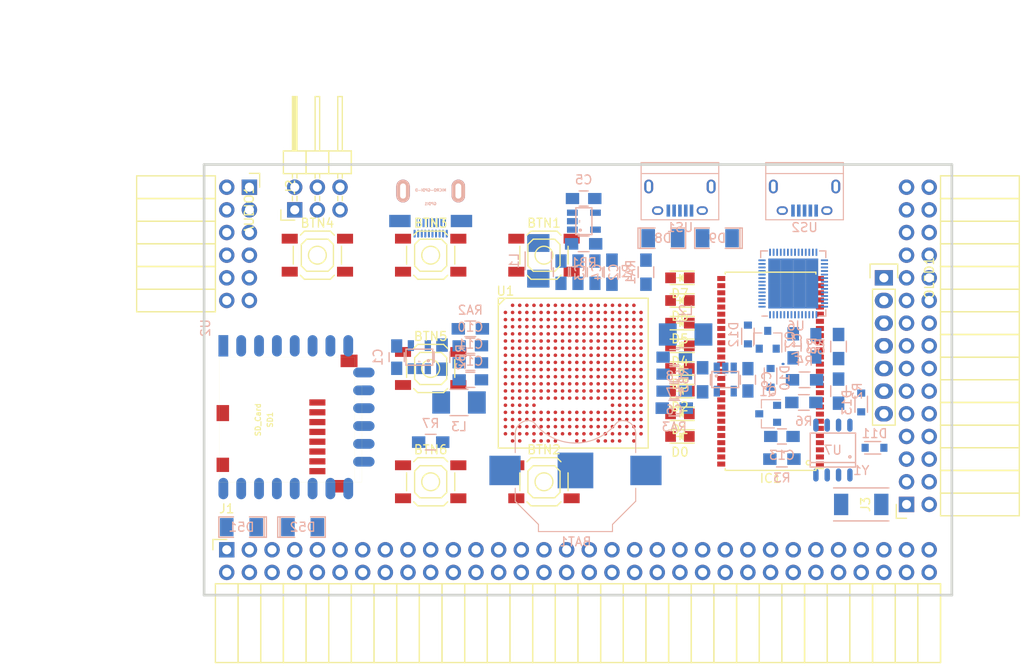
<source format=kicad_pcb>
(kicad_pcb (version 4) (host pcbnew 4.0.5+dfsg1-4)
  (layers (0 F.Cu signal) (1 In1.Cu signal) (2 In2.Cu signal) (31 B.Cu signal) (34 B.Paste user) (35 F.Paste user) (36 B.SilkS user) (37 F.SilkS user) (38 B.Mask user) (39 F.Mask user) (44 Edge.Cuts user))
  (net 0 "")
  (net 1 GND)
  (net 2 +5V)
  (net 3 /gpio/IN5V)
  (net 4 /gpio/OUT5V)
  (net 5 /gpio/P5)
  (net 6 /gpio/P6)
  (net 7 /gpio/P7)
  (net 8 /gpio/P8)
  (net 9 /gpio/P11)
  (net 10 /gpio/P12)
  (net 11 /gpio/P13)
  (net 12 /gpio/P14)
  (net 13 /gpio/P17)
  (net 14 /gpio/P18)
  (net 15 /gpio/P19)
  (net 16 /gpio/P20)
  (net 17 /gpio/P21)
  (net 18 /gpio/P22)
  (net 19 /gpio/P23)
  (net 20 /gpio/P24)
  (net 21 /gpio/P25)
  (net 22 /gpio/P26)
  (net 23 /gpio/P27)
  (net 24 /gpio/P28)
  (net 25 /gpio/P29)
  (net 26 /gpio/P30)
  (net 27 /gpio/P9)
  (net 28 /gpio/P10)
  (net 29 "Net-(US1-Pad6)")
  (net 30 "Net-(US2-Pad6)")
  (net 31 /gpio/P15)
  (net 32 /gpio/P16)
  (net 33 /gpio/P31)
  (net 34 /gpio/P32)
  (net 35 /gpio/P33)
  (net 36 /gpio/P34)
  (net 37 /gpio/P35)
  (net 38 /gpio/P36)
  (net 39 /gpio/P37)
  (net 40 /gpio/P38)
  (net 41 /gpio/P39)
  (net 42 /gpio/P40)
  (net 43 /gpio/P41)
  (net 44 /gpio/P42)
  (net 45 /gpio/P43)
  (net 46 /gpio/P44)
  (net 47 /gpio/P45)
  (net 48 /gpio/P46)
  (net 49 /gpio/P47)
  (net 50 /gpio/P48)
  (net 51 /gpio/P49)
  (net 52 /gpio/P50)
  (net 53 /gpio/P51)
  (net 54 /gpio/P52)
  (net 55 /gpio/P53)
  (net 56 /gpio/P54)
  (net 57 /gpio/P55)
  (net 58 /gpio/P56)
  (net 59 /gpio/P57)
  (net 60 /gpio/P58)
  (net 61 /gpio/P59)
  (net 62 /gpio/P60)
  (net 63 +3V3)
  (net 64 "Net-(L1-Pad1)")
  (net 65 "Net-(L2-Pad1)")
  (net 66 +1V2)
  (net 67 BTN_D)
  (net 68 BTN_F1)
  (net 69 BTN_F2)
  (net 70 BTN_L)
  (net 71 BTN_R)
  (net 72 BTN_U)
  (net 73 "Net-(BTN1-Pad1)")
  (net 74 /power/FB1)
  (net 75 +2V5)
  (net 76 "Net-(L3-Pad1)")
  (net 77 /power/PWREN)
  (net 78 /power/FB3)
  (net 79 /power/FB2)
  (net 80 /usb/USB5V)
  (net 81 "Net-(D9-Pad1)")
  (net 82 "Net-(U6-Pad57)")
  (net 83 /power/VBAT)
  (net 84 "Net-(U7-Pad1)")
  (net 85 "Net-(U7-Pad2)")
  (net 86 SD_3)
  (net 87 SD_MTMS)
  (net 88 SD_MTCK)
  (net 89 SD_MTDO)
  (net 90 SD_MTDI)
  (net 91 JTAG_TDI)
  (net 92 JTAG_TCK)
  (net 93 JTAG_TMS)
  (net 94 JTAG_TDO)
  (net 95 /power/WAKEUPn)
  (net 96 /power/WKUP)
  (net 97 /power/SHUT)
  (net 98 /power/WAKE)
  (net 99 /power/HOLD)
  (net 100 /power/WKn)
  (net 101 "Net-(Q2-Pad1)")
  (module SMD_Packages:SMD-1206_Pol (layer B.Cu) (at 105.149 102.06)
    (fp_text reference D52 (at 0 0) (layer B.SilkS) (effects (justify mirror)))
    (fp_text value 2A)
    (pad 1 smd rect (at -1.651 0) (size 1.524 2.032) (layers B.Cu B.Paste B.Mask) (net 4 /gpio/OUT5V))
    (pad 2 smd rect (at 1.651 0) (size 1.524 2.032) (layers B.Cu B.Paste B.Mask))
  )
  (module SMD_Packages:SMD-1206_Pol (layer B.Cu) (at 98.291 102.06 180)
    (fp_text reference D51 (at 0 0 180) (layer B.SilkS) (effects (justify mirror)))
    (fp_text value 2A)
    (pad 1 smd rect (at -1.651 0 180) (size 1.524 2.032) (layers B.Cu B.Paste B.Mask) (net 2 +5V))
    (pad 2 smd rect (at 1.651 0 180) (size 1.524 2.032) (layers B.Cu B.Paste B.Mask) (net 3 /gpio/IN5V))
  )
  (module micro-sd:MicroSD_TF02D (layer F.Cu) (at 95.8 90.03 90)
    (fp_text reference SD1 (at 0 5.7 90) (layer F.SilkS) (effects (font (size 0.59944 0.59944) (thickness 0.12446))))
    (fp_text value SD_Card (at 0 4.35 90) (layer F.SilkS) (effects (font (size 0.59944 0.59944) (thickness 0.12446))))
    (pad 1 smd rect (at 1.94 11 90) (size 0.7 1.8) (layers F.Cu F.Paste F.Mask) (net 86 SD_3))
    (pad 2 smd rect (at 0.84 11 90) (size 0.7 1.8) (layers F.Cu F.Paste F.Mask) (net 87 SD_MTMS))
    (pad 3 smd rect (at -0.26 11 90) (size 0.7 1.8) (layers F.Cu F.Paste F.Mask) (net 1 GND))
    (pad 4 smd rect (at -1.36 11 90) (size 0.7 1.8) (layers F.Cu F.Paste F.Mask) (net 63 +3V3))
    (pad 5 smd rect (at -2.46 11 90) (size 0.7 1.8) (layers F.Cu F.Paste F.Mask) (net 88 SD_MTCK))
    (pad 6 smd rect (at -3.56 11 90) (size 0.7 1.8) (layers F.Cu F.Paste F.Mask) (net 1 GND))
    (pad 7 smd rect (at -4.66 11 90) (size 0.7 1.8) (layers F.Cu F.Paste F.Mask) (net 89 SD_MTDO))
    (pad 8 smd rect (at -5.76 11 90) (size 0.7 1.8) (layers F.Cu F.Paste F.Mask) (net 90 SD_MTDI))
    (pad S smd rect (at -5.05 0.4 90) (size 1.6 1.4) (layers F.Cu F.Paste F.Mask))
    (pad S smd rect (at 0.75 0.4 90) (size 1.8 1.4) (layers F.Cu F.Paste F.Mask))
    (pad G smd rect (at -7.45 13.55 90) (size 1.4 1.9) (layers F.Cu F.Paste F.Mask))
    (pad G smd rect (at 6.6 14.55 90) (size 1.4 1.9) (layers F.Cu F.Paste F.Mask))
  )
  (module micro-hdmi-d:MICRO-HDMI-D (layer B.Cu) (at 119.5 62.69)
    (fp_text reference GPDI1 (at -0.025 3.125) (layer B.SilkS) (effects (font (size 0.3 0.3) (thickness 0.075)) (justify mirror)))
    (fp_text value MICRO-GPDI-D (at 0 1.6) (layer B.SilkS) (effects (font (size 0.3 0.3) (thickness 0.075)) (justify mirror)))
    (pad 1 smd rect (at 1.8 6.475) (size 0.23 0.85) (layers B.Cu B.Paste B.Mask))
    (pad 3 smd rect (at 1.4 6.475) (size 0.23 0.85) (layers B.Cu B.Paste B.Mask))
    (pad 5 smd rect (at 1 6.475) (size 0.23 0.85) (layers B.Cu B.Paste B.Mask))
    (pad 7 smd rect (at 0.6 6.475) (size 0.23 0.85) (layers B.Cu B.Paste B.Mask) (net 1 GND))
    (pad 9 smd rect (at 0.2 6.475) (size 0.23 0.85) (layers B.Cu B.Paste B.Mask))
    (pad 11 smd rect (at -0.2 6.475) (size 0.23 0.85) (layers B.Cu B.Paste B.Mask))
    (pad 13 smd rect (at -0.6 6.475) (size 0.23 0.85) (layers B.Cu B.Paste B.Mask) (net 1 GND))
    (pad 15 smd rect (at -1 6.475) (size 0.23 0.85) (layers B.Cu B.Paste B.Mask))
    (pad 17 smd rect (at -1.4 6.475) (size 0.23 0.85) (layers B.Cu B.Paste B.Mask))
    (pad 19 smd rect (at -1.8 6.475) (size 0.23 0.85) (layers B.Cu B.Paste B.Mask) (net 2 +5V))
    (pad 2 smd rect (at 1.6 5.25) (size 0.23 1) (layers B.Cu B.Paste B.Mask))
    (pad 4 smd rect (at 1.2 5.25) (size 0.23 1) (layers B.Cu B.Paste B.Mask) (net 1 GND))
    (pad 6 smd rect (at 0.8 5.25) (size 0.23 1) (layers B.Cu B.Paste B.Mask))
    (pad 8 smd rect (at 0.4 5.25) (size 0.23 1) (layers B.Cu B.Paste B.Mask))
    (pad 10 smd rect (at 0 5.25) (size 0.23 1) (layers B.Cu B.Paste B.Mask) (net 1 GND))
    (pad 12 smd rect (at -0.4 5.25) (size 0.23 1) (layers B.Cu B.Paste B.Mask))
    (pad 14 smd rect (at -0.8 5.25) (size 0.23 1) (layers B.Cu B.Paste B.Mask))
    (pad 16 smd rect (at -1.2 5.25) (size 0.23 1) (layers B.Cu B.Paste B.Mask) (net 1 GND))
    (pad 18 smd rect (at -1.6 5.25) (size 0.23 1) (layers B.Cu B.Paste B.Mask))
    (pad SHD smd rect (at 3.45 5.06) (size 2.4 1.38) (layers B.Cu B.Paste B.Mask) (net 1 GND))
    (pad SHD smd rect (at -3.45 5.06) (size 2.4 1.38) (layers B.Cu B.Paste B.Mask) (net 1 GND))
    (pad "" thru_hole oval (at -3.1 1.7) (size 1.5 2.55) (drill oval 0.65 1.7) (layers *.Cu *.Mask B.SilkS))
    (pad "" thru_hole oval (at 3.1 1.7) (size 1.5 2.55) (drill oval 0.65 1.7) (layers *.Cu *.Mask B.SilkS))
  )
  (module usb_otg:USB_Micro-B (layer B.Cu) (at 147.44 65.23)
    (fp_text reference US1 (at 0 3.24) (layer B.SilkS) (effects (justify mirror)))
    (fp_text value USB_FTDI)
    (pad 1 smd rect (at -1.3 1.35 270) (size 1.35 0.4) (layers B.Cu B.Paste B.Mask) (net 80 /usb/USB5V))
    (pad 2 smd rect (at -0.65 1.35 270) (size 1.35 0.4) (layers B.Cu B.Paste B.Mask))
    (pad 3 smd rect (at 0 1.35 270) (size 1.35 0.4) (layers B.Cu B.Paste B.Mask))
    (pad 4 smd rect (at 0.65 1.35 270) (size 1.35 0.4) (layers B.Cu B.Paste B.Mask))
    (pad 5 smd rect (at 1.3 1.35 270) (size 1.35 0.4) (layers B.Cu B.Paste B.Mask) (net 1 GND))
    (pad 6 thru_hole oval (at -2.5 1.35 270) (size 0.95 1.25) (drill oval 0.55 0.85) (layers *.Cu *.Mask) (net 29 "Net-(US1-Pad6)"))
    (pad 6 thru_hole oval (at 2.5 1.35 270) (size 0.95 1.25) (drill oval 0.55 0.85) (layers *.Cu *.Mask) (net 29 "Net-(US1-Pad6)"))
    (pad 6 thru_hole oval (at -3.5 -1.35 270) (size 1.55 1) (drill oval 1.15 0.5) (layers *.Cu *.Mask) (net 29 "Net-(US1-Pad6)"))
    (pad 6 thru_hole oval (at 3.5 -1.35 270) (size 1.55 1) (drill oval 1.15 0.5) (layers *.Cu *.Mask) (net 29 "Net-(US1-Pad6)"))
  )
  (module usb_otg:USB_Micro-B (layer B.Cu) (at 161.41 65.23)
    (fp_text reference US2 (at 0 3.24) (layer B.SilkS) (effects (justify mirror)))
    (fp_text value USB_FPGA)
    (pad 1 smd rect (at -1.3 1.35 270) (size 1.35 0.4) (layers B.Cu B.Paste B.Mask) (net 81 "Net-(D9-Pad1)"))
    (pad 2 smd rect (at -0.65 1.35 270) (size 1.35 0.4) (layers B.Cu B.Paste B.Mask))
    (pad 3 smd rect (at 0 1.35 270) (size 1.35 0.4) (layers B.Cu B.Paste B.Mask))
    (pad 4 smd rect (at 0.65 1.35 270) (size 1.35 0.4) (layers B.Cu B.Paste B.Mask))
    (pad 5 smd rect (at 1.3 1.35 270) (size 1.35 0.4) (layers B.Cu B.Paste B.Mask) (net 1 GND))
    (pad 6 thru_hole oval (at -2.5 1.35 270) (size 0.95 1.25) (drill oval 0.55 0.85) (layers *.Cu *.Mask) (net 30 "Net-(US2-Pad6)"))
    (pad 6 thru_hole oval (at 2.5 1.35 270) (size 0.95 1.25) (drill oval 0.55 0.85) (layers *.Cu *.Mask) (net 30 "Net-(US2-Pad6)"))
    (pad 6 thru_hole oval (at -3.5 -1.35 270) (size 1.55 1) (drill oval 1.15 0.5) (layers *.Cu *.Mask) (net 30 "Net-(US2-Pad6)"))
    (pad 6 thru_hole oval (at 3.5 -1.35 270) (size 1.55 1) (drill oval 1.15 0.5) (layers *.Cu *.Mask) (net 30 "Net-(US2-Pad6)"))
  )
  (module Socket_Strips:Socket_Strip_Angled_2x32 (layer F.Cu) (at 96.64 104.6)
    (fp_text reference J1 (at 0 -4.6) (layer F.SilkS))
    (fp_text value CONN_02X32)
    (pad 1 thru_hole rect (at 0 0) (size 1.7272 1.7272) (drill 1.016) (layers *.Cu *.Mask) (net 3 /gpio/IN5V))
    (pad 2 thru_hole oval (at 0 2.54) (size 1.7272 1.7272) (drill 1.016) (layers *.Cu *.Mask) (net 4 /gpio/OUT5V))
    (pad 3 thru_hole oval (at 2.54 0) (size 1.7272 1.7272) (drill 1.016) (layers *.Cu *.Mask) (net 1 GND))
    (pad 4 thru_hole oval (at 2.54 2.54) (size 1.7272 1.7272) (drill 1.016) (layers *.Cu *.Mask) (net 1 GND))
    (pad 5 thru_hole oval (at 5.08 0) (size 1.7272 1.7272) (drill 1.016) (layers *.Cu *.Mask) (net 5 /gpio/P5))
    (pad 6 thru_hole oval (at 5.08 2.54) (size 1.7272 1.7272) (drill 1.016) (layers *.Cu *.Mask) (net 6 /gpio/P6))
    (pad 7 thru_hole oval (at 7.62 0) (size 1.7272 1.7272) (drill 1.016) (layers *.Cu *.Mask) (net 7 /gpio/P7))
    (pad 8 thru_hole oval (at 7.62 2.54) (size 1.7272 1.7272) (drill 1.016) (layers *.Cu *.Mask) (net 8 /gpio/P8))
    (pad 9 thru_hole oval (at 10.16 0) (size 1.7272 1.7272) (drill 1.016) (layers *.Cu *.Mask) (net 27 /gpio/P9))
    (pad 10 thru_hole oval (at 10.16 2.54) (size 1.7272 1.7272) (drill 1.016) (layers *.Cu *.Mask) (net 28 /gpio/P10))
    (pad 11 thru_hole oval (at 12.7 0) (size 1.7272 1.7272) (drill 1.016) (layers *.Cu *.Mask) (net 9 /gpio/P11))
    (pad 12 thru_hole oval (at 12.7 2.54) (size 1.7272 1.7272) (drill 1.016) (layers *.Cu *.Mask) (net 10 /gpio/P12))
    (pad 13 thru_hole oval (at 15.24 0) (size 1.7272 1.7272) (drill 1.016) (layers *.Cu *.Mask) (net 11 /gpio/P13))
    (pad 14 thru_hole oval (at 15.24 2.54) (size 1.7272 1.7272) (drill 1.016) (layers *.Cu *.Mask) (net 12 /gpio/P14))
    (pad 15 thru_hole oval (at 17.78 0) (size 1.7272 1.7272) (drill 1.016) (layers *.Cu *.Mask) (net 31 /gpio/P15))
    (pad 16 thru_hole oval (at 17.78 2.54) (size 1.7272 1.7272) (drill 1.016) (layers *.Cu *.Mask) (net 32 /gpio/P16))
    (pad 17 thru_hole oval (at 20.32 0) (size 1.7272 1.7272) (drill 1.016) (layers *.Cu *.Mask) (net 13 /gpio/P17))
    (pad 18 thru_hole oval (at 20.32 2.54) (size 1.7272 1.7272) (drill 1.016) (layers *.Cu *.Mask) (net 14 /gpio/P18))
    (pad 19 thru_hole oval (at 22.86 0) (size 1.7272 1.7272) (drill 1.016) (layers *.Cu *.Mask) (net 15 /gpio/P19))
    (pad 20 thru_hole oval (at 22.86 2.54) (size 1.7272 1.7272) (drill 1.016) (layers *.Cu *.Mask) (net 16 /gpio/P20))
    (pad 21 thru_hole oval (at 25.4 0) (size 1.7272 1.7272) (drill 1.016) (layers *.Cu *.Mask) (net 17 /gpio/P21))
    (pad 22 thru_hole oval (at 25.4 2.54) (size 1.7272 1.7272) (drill 1.016) (layers *.Cu *.Mask) (net 18 /gpio/P22))
    (pad 23 thru_hole oval (at 27.94 0) (size 1.7272 1.7272) (drill 1.016) (layers *.Cu *.Mask) (net 19 /gpio/P23))
    (pad 24 thru_hole oval (at 27.94 2.54) (size 1.7272 1.7272) (drill 1.016) (layers *.Cu *.Mask) (net 20 /gpio/P24))
    (pad 25 thru_hole oval (at 30.48 0) (size 1.7272 1.7272) (drill 1.016) (layers *.Cu *.Mask) (net 21 /gpio/P25))
    (pad 26 thru_hole oval (at 30.48 2.54) (size 1.7272 1.7272) (drill 1.016) (layers *.Cu *.Mask) (net 22 /gpio/P26))
    (pad 27 thru_hole oval (at 33.02 0) (size 1.7272 1.7272) (drill 1.016) (layers *.Cu *.Mask) (net 23 /gpio/P27))
    (pad 28 thru_hole oval (at 33.02 2.54) (size 1.7272 1.7272) (drill 1.016) (layers *.Cu *.Mask) (net 24 /gpio/P28))
    (pad 29 thru_hole oval (at 35.56 0) (size 1.7272 1.7272) (drill 1.016) (layers *.Cu *.Mask) (net 25 /gpio/P29))
    (pad 30 thru_hole oval (at 35.56 2.54) (size 1.7272 1.7272) (drill 1.016) (layers *.Cu *.Mask) (net 26 /gpio/P30))
    (pad 31 thru_hole oval (at 38.1 0) (size 1.7272 1.7272) (drill 1.016) (layers *.Cu *.Mask) (net 33 /gpio/P31))
    (pad 32 thru_hole oval (at 38.1 2.54) (size 1.7272 1.7272) (drill 1.016) (layers *.Cu *.Mask) (net 34 /gpio/P32))
    (pad 33 thru_hole oval (at 40.64 0) (size 1.7272 1.7272) (drill 1.016) (layers *.Cu *.Mask) (net 35 /gpio/P33))
    (pad 34 thru_hole oval (at 40.64 2.54) (size 1.7272 1.7272) (drill 1.016) (layers *.Cu *.Mask) (net 36 /gpio/P34))
    (pad 35 thru_hole oval (at 43.18 0) (size 1.7272 1.7272) (drill 1.016) (layers *.Cu *.Mask) (net 37 /gpio/P35))
    (pad 36 thru_hole oval (at 43.18 2.54) (size 1.7272 1.7272) (drill 1.016) (layers *.Cu *.Mask) (net 38 /gpio/P36))
    (pad 37 thru_hole oval (at 45.72 0) (size 1.7272 1.7272) (drill 1.016) (layers *.Cu *.Mask) (net 39 /gpio/P37))
    (pad 38 thru_hole oval (at 45.72 2.54) (size 1.7272 1.7272) (drill 1.016) (layers *.Cu *.Mask) (net 40 /gpio/P38))
    (pad 39 thru_hole oval (at 48.26 0) (size 1.7272 1.7272) (drill 1.016) (layers *.Cu *.Mask) (net 41 /gpio/P39))
    (pad 40 thru_hole oval (at 48.26 2.54) (size 1.7272 1.7272) (drill 1.016) (layers *.Cu *.Mask) (net 42 /gpio/P40))
    (pad 41 thru_hole oval (at 50.8 0) (size 1.7272 1.7272) (drill 1.016) (layers *.Cu *.Mask) (net 43 /gpio/P41))
    (pad 42 thru_hole oval (at 50.8 2.54) (size 1.7272 1.7272) (drill 1.016) (layers *.Cu *.Mask) (net 44 /gpio/P42))
    (pad 43 thru_hole oval (at 53.34 0) (size 1.7272 1.7272) (drill 1.016) (layers *.Cu *.Mask) (net 45 /gpio/P43))
    (pad 44 thru_hole oval (at 53.34 2.54) (size 1.7272 1.7272) (drill 1.016) (layers *.Cu *.Mask) (net 46 /gpio/P44))
    (pad 45 thru_hole oval (at 55.88 0) (size 1.7272 1.7272) (drill 1.016) (layers *.Cu *.Mask) (net 47 /gpio/P45))
    (pad 46 thru_hole oval (at 55.88 2.54) (size 1.7272 1.7272) (drill 1.016) (layers *.Cu *.Mask) (net 48 /gpio/P46))
    (pad 47 thru_hole oval (at 58.42 0) (size 1.7272 1.7272) (drill 1.016) (layers *.Cu *.Mask) (net 49 /gpio/P47))
    (pad 48 thru_hole oval (at 58.42 2.54) (size 1.7272 1.7272) (drill 1.016) (layers *.Cu *.Mask) (net 50 /gpio/P48))
    (pad 49 thru_hole oval (at 60.96 0) (size 1.7272 1.7272) (drill 1.016) (layers *.Cu *.Mask) (net 51 /gpio/P49))
    (pad 50 thru_hole oval (at 60.96 2.54) (size 1.7272 1.7272) (drill 1.016) (layers *.Cu *.Mask) (net 52 /gpio/P50))
    (pad 51 thru_hole oval (at 63.5 0) (size 1.7272 1.7272) (drill 1.016) (layers *.Cu *.Mask) (net 53 /gpio/P51))
    (pad 52 thru_hole oval (at 63.5 2.54) (size 1.7272 1.7272) (drill 1.016) (layers *.Cu *.Mask) (net 54 /gpio/P52))
    (pad 53 thru_hole oval (at 66.04 0) (size 1.7272 1.7272) (drill 1.016) (layers *.Cu *.Mask) (net 55 /gpio/P53))
    (pad 54 thru_hole oval (at 66.04 2.54) (size 1.7272 1.7272) (drill 1.016) (layers *.Cu *.Mask) (net 56 /gpio/P54))
    (pad 55 thru_hole oval (at 68.58 0) (size 1.7272 1.7272) (drill 1.016) (layers *.Cu *.Mask) (net 57 /gpio/P55))
    (pad 56 thru_hole oval (at 68.58 2.54) (size 1.7272 1.7272) (drill 1.016) (layers *.Cu *.Mask) (net 58 /gpio/P56))
    (pad 57 thru_hole oval (at 71.12 0) (size 1.7272 1.7272) (drill 1.016) (layers *.Cu *.Mask) (net 59 /gpio/P57))
    (pad 58 thru_hole oval (at 71.12 2.54) (size 1.7272 1.7272) (drill 1.016) (layers *.Cu *.Mask) (net 60 /gpio/P58))
    (pad 59 thru_hole oval (at 73.66 0) (size 1.7272 1.7272) (drill 1.016) (layers *.Cu *.Mask) (net 61 /gpio/P59))
    (pad 60 thru_hole oval (at 73.66 2.54) (size 1.7272 1.7272) (drill 1.016) (layers *.Cu *.Mask) (net 62 /gpio/P60))
    (pad 61 thru_hole oval (at 76.2 0) (size 1.7272 1.7272) (drill 1.016) (layers *.Cu *.Mask) (net 1 GND))
    (pad 62 thru_hole oval (at 76.2 2.54) (size 1.7272 1.7272) (drill 1.016) (layers *.Cu *.Mask) (net 1 GND))
    (pad 63 thru_hole oval (at 78.74 0) (size 1.7272 1.7272) (drill 1.016) (layers *.Cu *.Mask) (net 63 +3V3))
    (pad 64 thru_hole oval (at 78.74 2.54) (size 1.7272 1.7272) (drill 1.016) (layers *.Cu *.Mask) (net 63 +3V3))
  )
  (module Socket_Strips:Socket_Strip_Angled_2x15 (layer F.Cu) (at 172.84 99.52 90)
    (fp_text reference J3 (at 0 -4.6 90) (layer F.SilkS))
    (fp_text value CONN_02X15)
    (pad 1 thru_hole rect (at 0 0 90) (size 1.7272 1.7272) (drill 1.016) (layers *.Cu *.Mask) (net 63 +3V3))
    (pad 2 thru_hole oval (at 0 2.54 90) (size 1.7272 1.7272) (drill 1.016) (layers *.Cu *.Mask) (net 63 +3V3))
    (pad 3 thru_hole oval (at 2.54 0 90) (size 1.7272 1.7272) (drill 1.016) (layers *.Cu *.Mask) (net 1 GND))
    (pad 4 thru_hole oval (at 2.54 2.54 90) (size 1.7272 1.7272) (drill 1.016) (layers *.Cu *.Mask) (net 1 GND))
    (pad 5 thru_hole oval (at 5.08 0 90) (size 1.7272 1.7272) (drill 1.016) (layers *.Cu *.Mask))
    (pad 6 thru_hole oval (at 5.08 2.54 90) (size 1.7272 1.7272) (drill 1.016) (layers *.Cu *.Mask))
    (pad 7 thru_hole oval (at 7.62 0 90) (size 1.7272 1.7272) (drill 1.016) (layers *.Cu *.Mask))
    (pad 8 thru_hole oval (at 7.62 2.54 90) (size 1.7272 1.7272) (drill 1.016) (layers *.Cu *.Mask))
    (pad 9 thru_hole oval (at 10.16 0 90) (size 1.7272 1.7272) (drill 1.016) (layers *.Cu *.Mask))
    (pad 10 thru_hole oval (at 10.16 2.54 90) (size 1.7272 1.7272) (drill 1.016) (layers *.Cu *.Mask))
    (pad 11 thru_hole oval (at 12.7 0 90) (size 1.7272 1.7272) (drill 1.016) (layers *.Cu *.Mask))
    (pad 12 thru_hole oval (at 12.7 2.54 90) (size 1.7272 1.7272) (drill 1.016) (layers *.Cu *.Mask))
    (pad 13 thru_hole oval (at 15.24 0 90) (size 1.7272 1.7272) (drill 1.016) (layers *.Cu *.Mask))
    (pad 14 thru_hole oval (at 15.24 2.54 90) (size 1.7272 1.7272) (drill 1.016) (layers *.Cu *.Mask))
    (pad 15 thru_hole oval (at 17.78 0 90) (size 1.7272 1.7272) (drill 1.016) (layers *.Cu *.Mask))
    (pad 16 thru_hole oval (at 17.78 2.54 90) (size 1.7272 1.7272) (drill 1.016) (layers *.Cu *.Mask))
    (pad 17 thru_hole oval (at 20.32 0 90) (size 1.7272 1.7272) (drill 1.016) (layers *.Cu *.Mask))
    (pad 18 thru_hole oval (at 20.32 2.54 90) (size 1.7272 1.7272) (drill 1.016) (layers *.Cu *.Mask))
    (pad 19 thru_hole oval (at 22.86 0 90) (size 1.7272 1.7272) (drill 1.016) (layers *.Cu *.Mask) (net 63 +3V3))
    (pad 20 thru_hole oval (at 22.86 2.54 90) (size 1.7272 1.7272) (drill 1.016) (layers *.Cu *.Mask) (net 63 +3V3))
    (pad 21 thru_hole oval (at 25.4 0 90) (size 1.7272 1.7272) (drill 1.016) (layers *.Cu *.Mask) (net 1 GND))
    (pad 22 thru_hole oval (at 25.4 2.54 90) (size 1.7272 1.7272) (drill 1.016) (layers *.Cu *.Mask) (net 1 GND))
    (pad 23 thru_hole oval (at 27.94 0 90) (size 1.7272 1.7272) (drill 1.016) (layers *.Cu *.Mask))
    (pad 24 thru_hole oval (at 27.94 2.54 90) (size 1.7272 1.7272) (drill 1.016) (layers *.Cu *.Mask))
    (pad 25 thru_hole oval (at 30.48 0 90) (size 1.7272 1.7272) (drill 1.016) (layers *.Cu *.Mask))
    (pad 26 thru_hole oval (at 30.48 2.54 90) (size 1.7272 1.7272) (drill 1.016) (layers *.Cu *.Mask))
    (pad 27 thru_hole oval (at 33.02 0 90) (size 1.7272 1.7272) (drill 1.016) (layers *.Cu *.Mask))
    (pad 28 thru_hole oval (at 33.02 2.54 90) (size 1.7272 1.7272) (drill 1.016) (layers *.Cu *.Mask))
    (pad 29 thru_hole oval (at 35.56 0 90) (size 1.7272 1.7272) (drill 1.016) (layers *.Cu *.Mask))
    (pad 30 thru_hole oval (at 35.56 2.54 90) (size 1.7272 1.7272) (drill 1.016) (layers *.Cu *.Mask))
  )
  (module Socket_Strips:Socket_Strip_Angled_2x06 (layer F.Cu) (at 99.18 63.96 270)
    (fp_text reference J2 (at 0 -4.6 270) (layer F.SilkS))
    (fp_text value CONN_02X06)
    (pad 1 thru_hole rect (at 0 0 270) (size 1.7272 1.7272) (drill 1.016) (layers *.Cu *.Mask) (net 63 +3V3))
    (pad 2 thru_hole oval (at 0 2.54 270) (size 1.7272 1.7272) (drill 1.016) (layers *.Cu *.Mask) (net 63 +3V3))
    (pad 3 thru_hole oval (at 2.54 0 270) (size 1.7272 1.7272) (drill 1.016) (layers *.Cu *.Mask) (net 1 GND))
    (pad 4 thru_hole oval (at 2.54 2.54 270) (size 1.7272 1.7272) (drill 1.016) (layers *.Cu *.Mask) (net 1 GND))
    (pad 5 thru_hole oval (at 5.08 0 270) (size 1.7272 1.7272) (drill 1.016) (layers *.Cu *.Mask))
    (pad 6 thru_hole oval (at 5.08 2.54 270) (size 1.7272 1.7272) (drill 1.016) (layers *.Cu *.Mask))
    (pad 7 thru_hole oval (at 7.62 0 270) (size 1.7272 1.7272) (drill 1.016) (layers *.Cu *.Mask))
    (pad 8 thru_hole oval (at 7.62 2.54 270) (size 1.7272 1.7272) (drill 1.016) (layers *.Cu *.Mask))
    (pad 9 thru_hole oval (at 10.16 0 270) (size 1.7272 1.7272) (drill 1.016) (layers *.Cu *.Mask))
    (pad 10 thru_hole oval (at 10.16 2.54 270) (size 1.7272 1.7272) (drill 1.016) (layers *.Cu *.Mask))
    (pad 11 thru_hole oval (at 12.7 0 270) (size 1.7272 1.7272) (drill 1.016) (layers *.Cu *.Mask))
    (pad 12 thru_hole oval (at 12.7 2.54 270) (size 1.7272 1.7272) (drill 1.016) (layers *.Cu *.Mask))
  )
  (module lfe5bg381:BGA-381_pitch0.8mm_dia0.4mm (layer F.Cu) (at 135.48 84.8)
    (fp_text reference U1 (at -7.6 -9.2) (layer F.SilkS))
    (fp_text value LFE5U-25F-6BG381C)
    (pad A2 smd circle (at -6.8 -7.6) (size 0.4 0.4) (layers F.Cu F.Paste F.Mask))
    (pad A3 smd circle (at -6 -7.6) (size 0.4 0.4) (layers F.Cu F.Paste F.Mask))
    (pad A4 smd circle (at -5.2 -7.6) (size 0.4 0.4) (layers F.Cu F.Paste F.Mask))
    (pad A5 smd circle (at -4.4 -7.6) (size 0.4 0.4) (layers F.Cu F.Paste F.Mask))
    (pad A6 smd circle (at -3.6 -7.6) (size 0.4 0.4) (layers F.Cu F.Paste F.Mask) (net 24 /gpio/P28))
    (pad A7 smd circle (at -2.8 -7.6) (size 0.4 0.4) (layers F.Cu F.Paste F.Mask) (net 32 /gpio/P16))
    (pad A8 smd circle (at -2 -7.6) (size 0.4 0.4) (layers F.Cu F.Paste F.Mask) (net 31 /gpio/P15))
    (pad A9 smd circle (at -1.2 -7.6) (size 0.4 0.4) (layers F.Cu F.Paste F.Mask) (net 28 /gpio/P10))
    (pad A10 smd circle (at -0.4 -7.6) (size 0.4 0.4) (layers F.Cu F.Paste F.Mask) (net 7 /gpio/P7))
    (pad A11 smd circle (at 0.4 -7.6) (size 0.4 0.4) (layers F.Cu F.Paste F.Mask) (net 8 /gpio/P8))
    (pad A12 smd circle (at 1.2 -7.6) (size 0.4 0.4) (layers F.Cu F.Paste F.Mask) (net 56 /gpio/P54))
    (pad A13 smd circle (at 2 -7.6) (size 0.4 0.4) (layers F.Cu F.Paste F.Mask) (net 55 /gpio/P53))
    (pad A14 smd circle (at 2.8 -7.6) (size 0.4 0.4) (layers F.Cu F.Paste F.Mask) (net 50 /gpio/P48))
    (pad A15 smd circle (at 3.6 -7.6) (size 0.4 0.4) (layers F.Cu F.Paste F.Mask))
    (pad A16 smd circle (at 4.4 -7.6) (size 0.4 0.4) (layers F.Cu F.Paste F.Mask) (net 42 /gpio/P40))
    (pad A17 smd circle (at 5.2 -7.6) (size 0.4 0.4) (layers F.Cu F.Paste F.Mask) (net 36 /gpio/P34))
    (pad A18 smd circle (at 6 -7.6) (size 0.4 0.4) (layers F.Cu F.Paste F.Mask) (net 34 /gpio/P32))
    (pad A19 smd circle (at 6.8 -7.6) (size 0.4 0.4) (layers F.Cu F.Paste F.Mask) (net 26 /gpio/P30))
    (pad B1 smd circle (at -7.6 -6.8) (size 0.4 0.4) (layers F.Cu F.Paste F.Mask))
    (pad B2 smd circle (at -6.8 -6.8) (size 0.4 0.4) (layers F.Cu F.Paste F.Mask))
    (pad B3 smd circle (at -6 -6.8) (size 0.4 0.4) (layers F.Cu F.Paste F.Mask))
    (pad B4 smd circle (at -5.2 -6.8) (size 0.4 0.4) (layers F.Cu F.Paste F.Mask))
    (pad B5 smd circle (at -4.4 -6.8) (size 0.4 0.4) (layers F.Cu F.Paste F.Mask))
    (pad B6 smd circle (at -3.6 -6.8) (size 0.4 0.4) (layers F.Cu F.Paste F.Mask) (net 23 /gpio/P27))
    (pad B7 smd circle (at -2.8 -6.8) (size 0.4 0.4) (layers F.Cu F.Paste F.Mask) (net 1 GND))
    (pad B8 smd circle (at -2 -6.8) (size 0.4 0.4) (layers F.Cu F.Paste F.Mask) (net 13 /gpio/P17))
    (pad B9 smd circle (at -1.2 -6.8) (size 0.4 0.4) (layers F.Cu F.Paste F.Mask) (net 10 /gpio/P12))
    (pad B10 smd circle (at -0.4 -6.8) (size 0.4 0.4) (layers F.Cu F.Paste F.Mask) (net 27 /gpio/P9))
    (pad B11 smd circle (at 0.4 -6.8) (size 0.4 0.4) (layers F.Cu F.Paste F.Mask) (net 5 /gpio/P5))
    (pad B12 smd circle (at 1.2 -6.8) (size 0.4 0.4) (layers F.Cu F.Paste F.Mask) (net 60 /gpio/P58))
    (pad B13 smd circle (at 2 -6.8) (size 0.4 0.4) (layers F.Cu F.Paste F.Mask) (net 54 /gpio/P52))
    (pad B14 smd circle (at 2.8 -6.8) (size 0.4 0.4) (layers F.Cu F.Paste F.Mask) (net 1 GND))
    (pad B15 smd circle (at 3.6 -6.8) (size 0.4 0.4) (layers F.Cu F.Paste F.Mask) (net 46 /gpio/P44))
    (pad B16 smd circle (at 4.4 -6.8) (size 0.4 0.4) (layers F.Cu F.Paste F.Mask) (net 41 /gpio/P39))
    (pad B17 smd circle (at 5.2 -6.8) (size 0.4 0.4) (layers F.Cu F.Paste F.Mask) (net 38 /gpio/P36))
    (pad B18 smd circle (at 6 -6.8) (size 0.4 0.4) (layers F.Cu F.Paste F.Mask) (net 35 /gpio/P33))
    (pad B19 smd circle (at 6.8 -6.8) (size 0.4 0.4) (layers F.Cu F.Paste F.Mask) (net 33 /gpio/P31))
    (pad B20 smd circle (at 7.6 -6.8) (size 0.4 0.4) (layers F.Cu F.Paste F.Mask) (net 25 /gpio/P29))
    (pad C1 smd circle (at -7.6 -6) (size 0.4 0.4) (layers F.Cu F.Paste F.Mask))
    (pad C2 smd circle (at -6.8 -6) (size 0.4 0.4) (layers F.Cu F.Paste F.Mask))
    (pad C3 smd circle (at -6 -6) (size 0.4 0.4) (layers F.Cu F.Paste F.Mask))
    (pad C4 smd circle (at -5.2 -6) (size 0.4 0.4) (layers F.Cu F.Paste F.Mask))
    (pad C5 smd circle (at -4.4 -6) (size 0.4 0.4) (layers F.Cu F.Paste F.Mask))
    (pad C6 smd circle (at -3.6 -6) (size 0.4 0.4) (layers F.Cu F.Paste F.Mask) (net 18 /gpio/P22))
    (pad C7 smd circle (at -2.8 -6) (size 0.4 0.4) (layers F.Cu F.Paste F.Mask) (net 17 /gpio/P21))
    (pad C8 smd circle (at -2 -6) (size 0.4 0.4) (layers F.Cu F.Paste F.Mask) (net 14 /gpio/P18))
    (pad C9 smd circle (at -1.2 -6) (size 0.4 0.4) (layers F.Cu F.Paste F.Mask))
    (pad C10 smd circle (at -0.4 -6) (size 0.4 0.4) (layers F.Cu F.Paste F.Mask) (net 9 /gpio/P11))
    (pad C11 smd circle (at 0.4 -6) (size 0.4 0.4) (layers F.Cu F.Paste F.Mask) (net 6 /gpio/P6))
    (pad C12 smd circle (at 1.2 -6) (size 0.4 0.4) (layers F.Cu F.Paste F.Mask) (net 59 /gpio/P57))
    (pad C13 smd circle (at 2 -6) (size 0.4 0.4) (layers F.Cu F.Paste F.Mask) (net 53 /gpio/P51))
    (pad C14 smd circle (at 2.8 -6) (size 0.4 0.4) (layers F.Cu F.Paste F.Mask) (net 49 /gpio/P47))
    (pad C15 smd circle (at 3.6 -6) (size 0.4 0.4) (layers F.Cu F.Paste F.Mask) (net 45 /gpio/P43))
    (pad C16 smd circle (at 4.4 -6) (size 0.4 0.4) (layers F.Cu F.Paste F.Mask) (net 40 /gpio/P38))
    (pad C17 smd circle (at 5.2 -6) (size 0.4 0.4) (layers F.Cu F.Paste F.Mask) (net 37 /gpio/P35))
    (pad C18 smd circle (at 6 -6) (size 0.4 0.4) (layers F.Cu F.Paste F.Mask))
    (pad C19 smd circle (at 6.8 -6) (size 0.4 0.4) (layers F.Cu F.Paste F.Mask) (net 1 GND))
    (pad C20 smd circle (at 7.6 -6) (size 0.4 0.4) (layers F.Cu F.Paste F.Mask))
    (pad D1 smd circle (at -7.6 -5.2) (size 0.4 0.4) (layers F.Cu F.Paste F.Mask))
    (pad D2 smd circle (at -6.8 -5.2) (size 0.4 0.4) (layers F.Cu F.Paste F.Mask))
    (pad D3 smd circle (at -6 -5.2) (size 0.4 0.4) (layers F.Cu F.Paste F.Mask))
    (pad D4 smd circle (at -5.2 -5.2) (size 0.4 0.4) (layers F.Cu F.Paste F.Mask) (net 1 GND))
    (pad D5 smd circle (at -4.4 -5.2) (size 0.4 0.4) (layers F.Cu F.Paste F.Mask))
    (pad D6 smd circle (at -3.6 -5.2) (size 0.4 0.4) (layers F.Cu F.Paste F.Mask) (net 21 /gpio/P25))
    (pad D7 smd circle (at -2.8 -5.2) (size 0.4 0.4) (layers F.Cu F.Paste F.Mask) (net 19 /gpio/P23))
    (pad D8 smd circle (at -2 -5.2) (size 0.4 0.4) (layers F.Cu F.Paste F.Mask) (net 15 /gpio/P19))
    (pad D9 smd circle (at -1.2 -5.2) (size 0.4 0.4) (layers F.Cu F.Paste F.Mask) (net 12 /gpio/P14))
    (pad D10 smd circle (at -0.4 -5.2) (size 0.4 0.4) (layers F.Cu F.Paste F.Mask))
    (pad D11 smd circle (at 0.4 -5.2) (size 0.4 0.4) (layers F.Cu F.Paste F.Mask) (net 62 /gpio/P60))
    (pad D12 smd circle (at 1.2 -5.2) (size 0.4 0.4) (layers F.Cu F.Paste F.Mask) (net 58 /gpio/P56))
    (pad D13 smd circle (at 2 -5.2) (size 0.4 0.4) (layers F.Cu F.Paste F.Mask) (net 52 /gpio/P50))
    (pad D14 smd circle (at 2.8 -5.2) (size 0.4 0.4) (layers F.Cu F.Paste F.Mask) (net 48 /gpio/P46))
    (pad D15 smd circle (at 3.6 -5.2) (size 0.4 0.4) (layers F.Cu F.Paste F.Mask) (net 44 /gpio/P42))
    (pad D16 smd circle (at 4.4 -5.2) (size 0.4 0.4) (layers F.Cu F.Paste F.Mask) (net 39 /gpio/P37))
    (pad D17 smd circle (at 5.2 -5.2) (size 0.4 0.4) (layers F.Cu F.Paste F.Mask))
    (pad D18 smd circle (at 6 -5.2) (size 0.4 0.4) (layers F.Cu F.Paste F.Mask))
    (pad D19 smd circle (at 6.8 -5.2) (size 0.4 0.4) (layers F.Cu F.Paste F.Mask))
    (pad D20 smd circle (at 7.6 -5.2) (size 0.4 0.4) (layers F.Cu F.Paste F.Mask))
    (pad E1 smd circle (at -7.6 -4.4) (size 0.4 0.4) (layers F.Cu F.Paste F.Mask))
    (pad E2 smd circle (at -6.8 -4.4) (size 0.4 0.4) (layers F.Cu F.Paste F.Mask))
    (pad E3 smd circle (at -6 -4.4) (size 0.4 0.4) (layers F.Cu F.Paste F.Mask))
    (pad E4 smd circle (at -5.2 -4.4) (size 0.4 0.4) (layers F.Cu F.Paste F.Mask))
    (pad E5 smd circle (at -4.4 -4.4) (size 0.4 0.4) (layers F.Cu F.Paste F.Mask))
    (pad E6 smd circle (at -3.6 -4.4) (size 0.4 0.4) (layers F.Cu F.Paste F.Mask) (net 22 /gpio/P26))
    (pad E7 smd circle (at -2.8 -4.4) (size 0.4 0.4) (layers F.Cu F.Paste F.Mask) (net 20 /gpio/P24))
    (pad E8 smd circle (at -2 -4.4) (size 0.4 0.4) (layers F.Cu F.Paste F.Mask) (net 16 /gpio/P20))
    (pad E9 smd circle (at -1.2 -4.4) (size 0.4 0.4) (layers F.Cu F.Paste F.Mask) (net 11 /gpio/P13))
    (pad E10 smd circle (at -0.4 -4.4) (size 0.4 0.4) (layers F.Cu F.Paste F.Mask))
    (pad E11 smd circle (at 0.4 -4.4) (size 0.4 0.4) (layers F.Cu F.Paste F.Mask) (net 61 /gpio/P59))
    (pad E12 smd circle (at 1.2 -4.4) (size 0.4 0.4) (layers F.Cu F.Paste F.Mask) (net 57 /gpio/P55))
    (pad E13 smd circle (at 2 -4.4) (size 0.4 0.4) (layers F.Cu F.Paste F.Mask) (net 51 /gpio/P49))
    (pad E14 smd circle (at 2.8 -4.4) (size 0.4 0.4) (layers F.Cu F.Paste F.Mask) (net 47 /gpio/P45))
    (pad E15 smd circle (at 3.6 -4.4) (size 0.4 0.4) (layers F.Cu F.Paste F.Mask) (net 43 /gpio/P41))
    (pad E16 smd circle (at 4.4 -4.4) (size 0.4 0.4) (layers F.Cu F.Paste F.Mask))
    (pad E17 smd circle (at 5.2 -4.4) (size 0.4 0.4) (layers F.Cu F.Paste F.Mask))
    (pad E18 smd circle (at 6 -4.4) (size 0.4 0.4) (layers F.Cu F.Paste F.Mask))
    (pad E19 smd circle (at 6.8 -4.4) (size 0.4 0.4) (layers F.Cu F.Paste F.Mask))
    (pad E20 smd circle (at 7.6 -4.4) (size 0.4 0.4) (layers F.Cu F.Paste F.Mask))
    (pad F1 smd circle (at -7.6 -3.6) (size 0.4 0.4) (layers F.Cu F.Paste F.Mask))
    (pad F2 smd circle (at -6.8 -3.6) (size 0.4 0.4) (layers F.Cu F.Paste F.Mask))
    (pad F3 smd circle (at -6 -3.6) (size 0.4 0.4) (layers F.Cu F.Paste F.Mask))
    (pad F4 smd circle (at -5.2 -3.6) (size 0.4 0.4) (layers F.Cu F.Paste F.Mask))
    (pad F5 smd circle (at -4.4 -3.6) (size 0.4 0.4) (layers F.Cu F.Paste F.Mask))
    (pad F6 smd circle (at -3.6 -3.6) (size 0.4 0.4) (layers F.Cu F.Paste F.Mask) (net 75 +2V5))
    (pad F7 smd circle (at -2.8 -3.6) (size 0.4 0.4) (layers F.Cu F.Paste F.Mask) (net 1 GND))
    (pad F8 smd circle (at -2 -3.6) (size 0.4 0.4) (layers F.Cu F.Paste F.Mask) (net 1 GND))
    (pad F9 smd circle (at -1.2 -3.6) (size 0.4 0.4) (layers F.Cu F.Paste F.Mask) (net 63 +3V3))
    (pad F10 smd circle (at -0.4 -3.6) (size 0.4 0.4) (layers F.Cu F.Paste F.Mask) (net 63 +3V3))
    (pad F11 smd circle (at 0.4 -3.6) (size 0.4 0.4) (layers F.Cu F.Paste F.Mask) (net 63 +3V3))
    (pad F12 smd circle (at 1.2 -3.6) (size 0.4 0.4) (layers F.Cu F.Paste F.Mask) (net 63 +3V3))
    (pad F13 smd circle (at 2 -3.6) (size 0.4 0.4) (layers F.Cu F.Paste F.Mask) (net 1 GND))
    (pad F14 smd circle (at 2.8 -3.6) (size 0.4 0.4) (layers F.Cu F.Paste F.Mask) (net 1 GND))
    (pad F15 smd circle (at 3.6 -3.6) (size 0.4 0.4) (layers F.Cu F.Paste F.Mask) (net 75 +2V5))
    (pad F16 smd circle (at 4.4 -3.6) (size 0.4 0.4) (layers F.Cu F.Paste F.Mask))
    (pad F17 smd circle (at 5.2 -3.6) (size 0.4 0.4) (layers F.Cu F.Paste F.Mask))
    (pad F18 smd circle (at 6 -3.6) (size 0.4 0.4) (layers F.Cu F.Paste F.Mask))
    (pad F19 smd circle (at 6.8 -3.6) (size 0.4 0.4) (layers F.Cu F.Paste F.Mask))
    (pad F20 smd circle (at 7.6 -3.6) (size 0.4 0.4) (layers F.Cu F.Paste F.Mask))
    (pad G1 smd circle (at -7.6 -2.8) (size 0.4 0.4) (layers F.Cu F.Paste F.Mask))
    (pad G2 smd circle (at -6.8 -2.8) (size 0.4 0.4) (layers F.Cu F.Paste F.Mask))
    (pad G3 smd circle (at -6 -2.8) (size 0.4 0.4) (layers F.Cu F.Paste F.Mask))
    (pad G4 smd circle (at -5.2 -2.8) (size 0.4 0.4) (layers F.Cu F.Paste F.Mask) (net 1 GND))
    (pad G5 smd circle (at -4.4 -2.8) (size 0.4 0.4) (layers F.Cu F.Paste F.Mask))
    (pad G6 smd circle (at -3.6 -2.8) (size 0.4 0.4) (layers F.Cu F.Paste F.Mask) (net 1 GND))
    (pad G7 smd circle (at -2.8 -2.8) (size 0.4 0.4) (layers F.Cu F.Paste F.Mask) (net 1 GND))
    (pad G8 smd circle (at -2 -2.8) (size 0.4 0.4) (layers F.Cu F.Paste F.Mask) (net 1 GND))
    (pad G9 smd circle (at -1.2 -2.8) (size 0.4 0.4) (layers F.Cu F.Paste F.Mask) (net 1 GND))
    (pad G10 smd circle (at -0.4 -2.8) (size 0.4 0.4) (layers F.Cu F.Paste F.Mask) (net 1 GND))
    (pad G11 smd circle (at 0.4 -2.8) (size 0.4 0.4) (layers F.Cu F.Paste F.Mask) (net 1 GND))
    (pad G12 smd circle (at 1.2 -2.8) (size 0.4 0.4) (layers F.Cu F.Paste F.Mask) (net 1 GND))
    (pad G13 smd circle (at 2 -2.8) (size 0.4 0.4) (layers F.Cu F.Paste F.Mask) (net 1 GND))
    (pad G14 smd circle (at 2.8 -2.8) (size 0.4 0.4) (layers F.Cu F.Paste F.Mask) (net 1 GND))
    (pad G15 smd circle (at 3.6 -2.8) (size 0.4 0.4) (layers F.Cu F.Paste F.Mask) (net 1 GND))
    (pad G16 smd circle (at 4.4 -2.8) (size 0.4 0.4) (layers F.Cu F.Paste F.Mask))
    (pad G17 smd circle (at 5.2 -2.8) (size 0.4 0.4) (layers F.Cu F.Paste F.Mask) (net 1 GND))
    (pad G18 smd circle (at 6 -2.8) (size 0.4 0.4) (layers F.Cu F.Paste F.Mask))
    (pad G19 smd circle (at 6.8 -2.8) (size 0.4 0.4) (layers F.Cu F.Paste F.Mask))
    (pad G20 smd circle (at 7.6 -2.8) (size 0.4 0.4) (layers F.Cu F.Paste F.Mask))
    (pad H1 smd circle (at -7.6 -2) (size 0.4 0.4) (layers F.Cu F.Paste F.Mask))
    (pad H2 smd circle (at -6.8 -2) (size 0.4 0.4) (layers F.Cu F.Paste F.Mask))
    (pad H3 smd circle (at -6 -2) (size 0.4 0.4) (layers F.Cu F.Paste F.Mask))
    (pad H4 smd circle (at -5.2 -2) (size 0.4 0.4) (layers F.Cu F.Paste F.Mask))
    (pad H5 smd circle (at -4.4 -2) (size 0.4 0.4) (layers F.Cu F.Paste F.Mask))
    (pad H6 smd circle (at -3.6 -2) (size 0.4 0.4) (layers F.Cu F.Paste F.Mask) (net 63 +3V3))
    (pad H7 smd circle (at -2.8 -2) (size 0.4 0.4) (layers F.Cu F.Paste F.Mask) (net 63 +3V3))
    (pad H8 smd circle (at -2 -2) (size 0.4 0.4) (layers F.Cu F.Paste F.Mask) (net 66 +1V2))
    (pad H9 smd circle (at -1.2 -2) (size 0.4 0.4) (layers F.Cu F.Paste F.Mask) (net 66 +1V2))
    (pad H10 smd circle (at -0.4 -2) (size 0.4 0.4) (layers F.Cu F.Paste F.Mask) (net 66 +1V2))
    (pad H11 smd circle (at 0.4 -2) (size 0.4 0.4) (layers F.Cu F.Paste F.Mask) (net 66 +1V2))
    (pad H12 smd circle (at 1.2 -2) (size 0.4 0.4) (layers F.Cu F.Paste F.Mask) (net 66 +1V2))
    (pad H13 smd circle (at 2 -2) (size 0.4 0.4) (layers F.Cu F.Paste F.Mask) (net 66 +1V2))
    (pad H14 smd circle (at 2.8 -2) (size 0.4 0.4) (layers F.Cu F.Paste F.Mask) (net 63 +3V3))
    (pad H15 smd circle (at 3.6 -2) (size 0.4 0.4) (layers F.Cu F.Paste F.Mask) (net 63 +3V3))
    (pad H16 smd circle (at 4.4 -2) (size 0.4 0.4) (layers F.Cu F.Paste F.Mask))
    (pad H17 smd circle (at 5.2 -2) (size 0.4 0.4) (layers F.Cu F.Paste F.Mask))
    (pad H18 smd circle (at 6 -2) (size 0.4 0.4) (layers F.Cu F.Paste F.Mask))
    (pad H19 smd circle (at 6.8 -2) (size 0.4 0.4) (layers F.Cu F.Paste F.Mask) (net 1 GND))
    (pad H20 smd circle (at 7.6 -2) (size 0.4 0.4) (layers F.Cu F.Paste F.Mask))
    (pad J1 smd circle (at -7.6 -1.2) (size 0.4 0.4) (layers F.Cu F.Paste F.Mask))
    (pad J2 smd circle (at -6.8 -1.2) (size 0.4 0.4) (layers F.Cu F.Paste F.Mask) (net 1 GND))
    (pad J3 smd circle (at -6 -1.2) (size 0.4 0.4) (layers F.Cu F.Paste F.Mask))
    (pad J4 smd circle (at -5.2 -1.2) (size 0.4 0.4) (layers F.Cu F.Paste F.Mask))
    (pad J5 smd circle (at -4.4 -1.2) (size 0.4 0.4) (layers F.Cu F.Paste F.Mask))
    (pad J6 smd circle (at -3.6 -1.2) (size 0.4 0.4) (layers F.Cu F.Paste F.Mask) (net 63 +3V3))
    (pad J7 smd circle (at -2.8 -1.2) (size 0.4 0.4) (layers F.Cu F.Paste F.Mask) (net 1 GND))
    (pad J8 smd circle (at -2 -1.2) (size 0.4 0.4) (layers F.Cu F.Paste F.Mask) (net 66 +1V2))
    (pad J9 smd circle (at -1.2 -1.2) (size 0.4 0.4) (layers F.Cu F.Paste F.Mask) (net 1 GND))
    (pad J10 smd circle (at -0.4 -1.2) (size 0.4 0.4) (layers F.Cu F.Paste F.Mask) (net 1 GND))
    (pad J11 smd circle (at 0.4 -1.2) (size 0.4 0.4) (layers F.Cu F.Paste F.Mask) (net 1 GND))
    (pad J12 smd circle (at 1.2 -1.2) (size 0.4 0.4) (layers F.Cu F.Paste F.Mask) (net 1 GND))
    (pad J13 smd circle (at 2 -1.2) (size 0.4 0.4) (layers F.Cu F.Paste F.Mask) (net 66 +1V2))
    (pad J14 smd circle (at 2.8 -1.2) (size 0.4 0.4) (layers F.Cu F.Paste F.Mask) (net 1 GND))
    (pad J15 smd circle (at 3.6 -1.2) (size 0.4 0.4) (layers F.Cu F.Paste F.Mask) (net 63 +3V3))
    (pad J16 smd circle (at 4.4 -1.2) (size 0.4 0.4) (layers F.Cu F.Paste F.Mask))
    (pad J17 smd circle (at 5.2 -1.2) (size 0.4 0.4) (layers F.Cu F.Paste F.Mask))
    (pad J18 smd circle (at 6 -1.2) (size 0.4 0.4) (layers F.Cu F.Paste F.Mask))
    (pad J19 smd circle (at 6.8 -1.2) (size 0.4 0.4) (layers F.Cu F.Paste F.Mask))
    (pad J20 smd circle (at 7.6 -1.2) (size 0.4 0.4) (layers F.Cu F.Paste F.Mask))
    (pad K1 smd circle (at -7.6 -0.4) (size 0.4 0.4) (layers F.Cu F.Paste F.Mask))
    (pad K2 smd circle (at -6.8 -0.4) (size 0.4 0.4) (layers F.Cu F.Paste F.Mask))
    (pad K3 smd circle (at -6 -0.4) (size 0.4 0.4) (layers F.Cu F.Paste F.Mask))
    (pad K4 smd circle (at -5.2 -0.4) (size 0.4 0.4) (layers F.Cu F.Paste F.Mask))
    (pad K5 smd circle (at -4.4 -0.4) (size 0.4 0.4) (layers F.Cu F.Paste F.Mask))
    (pad K6 smd circle (at -3.6 -0.4) (size 0.4 0.4) (layers F.Cu F.Paste F.Mask) (net 1 GND))
    (pad K7 smd circle (at -2.8 -0.4) (size 0.4 0.4) (layers F.Cu F.Paste F.Mask) (net 1 GND))
    (pad K8 smd circle (at -2 -0.4) (size 0.4 0.4) (layers F.Cu F.Paste F.Mask) (net 66 +1V2))
    (pad K9 smd circle (at -1.2 -0.4) (size 0.4 0.4) (layers F.Cu F.Paste F.Mask) (net 1 GND))
    (pad K10 smd circle (at -0.4 -0.4) (size 0.4 0.4) (layers F.Cu F.Paste F.Mask) (net 1 GND))
    (pad K11 smd circle (at 0.4 -0.4) (size 0.4 0.4) (layers F.Cu F.Paste F.Mask) (net 1 GND))
    (pad K12 smd circle (at 1.2 -0.4) (size 0.4 0.4) (layers F.Cu F.Paste F.Mask) (net 1 GND))
    (pad K13 smd circle (at 2 -0.4) (size 0.4 0.4) (layers F.Cu F.Paste F.Mask) (net 66 +1V2))
    (pad K14 smd circle (at 2.8 -0.4) (size 0.4 0.4) (layers F.Cu F.Paste F.Mask) (net 1 GND))
    (pad K15 smd circle (at 3.6 -0.4) (size 0.4 0.4) (layers F.Cu F.Paste F.Mask) (net 1 GND))
    (pad K16 smd circle (at 4.4 -0.4) (size 0.4 0.4) (layers F.Cu F.Paste F.Mask))
    (pad K17 smd circle (at 5.2 -0.4) (size 0.4 0.4) (layers F.Cu F.Paste F.Mask))
    (pad K18 smd circle (at 6 -0.4) (size 0.4 0.4) (layers F.Cu F.Paste F.Mask))
    (pad K19 smd circle (at 6.8 -0.4) (size 0.4 0.4) (layers F.Cu F.Paste F.Mask))
    (pad K20 smd circle (at 7.6 -0.4) (size 0.4 0.4) (layers F.Cu F.Paste F.Mask))
    (pad L1 smd circle (at -7.6 0.4) (size 0.4 0.4) (layers F.Cu F.Paste F.Mask))
    (pad L2 smd circle (at -6.8 0.4) (size 0.4 0.4) (layers F.Cu F.Paste F.Mask))
    (pad L3 smd circle (at -6 0.4) (size 0.4 0.4) (layers F.Cu F.Paste F.Mask))
    (pad L4 smd circle (at -5.2 0.4) (size 0.4 0.4) (layers F.Cu F.Paste F.Mask))
    (pad L5 smd circle (at -4.4 0.4) (size 0.4 0.4) (layers F.Cu F.Paste F.Mask))
    (pad L6 smd circle (at -3.6 0.4) (size 0.4 0.4) (layers F.Cu F.Paste F.Mask) (net 63 +3V3))
    (pad L7 smd circle (at -2.8 0.4) (size 0.4 0.4) (layers F.Cu F.Paste F.Mask) (net 63 +3V3))
    (pad L8 smd circle (at -2 0.4) (size 0.4 0.4) (layers F.Cu F.Paste F.Mask) (net 66 +1V2))
    (pad L9 smd circle (at -1.2 0.4) (size 0.4 0.4) (layers F.Cu F.Paste F.Mask) (net 1 GND))
    (pad L10 smd circle (at -0.4 0.4) (size 0.4 0.4) (layers F.Cu F.Paste F.Mask) (net 1 GND))
    (pad L11 smd circle (at 0.4 0.4) (size 0.4 0.4) (layers F.Cu F.Paste F.Mask) (net 1 GND))
    (pad L12 smd circle (at 1.2 0.4) (size 0.4 0.4) (layers F.Cu F.Paste F.Mask) (net 1 GND))
    (pad L13 smd circle (at 2 0.4) (size 0.4 0.4) (layers F.Cu F.Paste F.Mask) (net 66 +1V2))
    (pad L14 smd circle (at 2.8 0.4) (size 0.4 0.4) (layers F.Cu F.Paste F.Mask) (net 63 +3V3))
    (pad L15 smd circle (at 3.6 0.4) (size 0.4 0.4) (layers F.Cu F.Paste F.Mask) (net 63 +3V3))
    (pad L16 smd circle (at 4.4 0.4) (size 0.4 0.4) (layers F.Cu F.Paste F.Mask))
    (pad L17 smd circle (at 5.2 0.4) (size 0.4 0.4) (layers F.Cu F.Paste F.Mask))
    (pad L18 smd circle (at 6 0.4) (size 0.4 0.4) (layers F.Cu F.Paste F.Mask))
    (pad L19 smd circle (at 6.8 0.4) (size 0.4 0.4) (layers F.Cu F.Paste F.Mask))
    (pad L20 smd circle (at 7.6 0.4) (size 0.4 0.4) (layers F.Cu F.Paste F.Mask))
    (pad M1 smd circle (at -7.6 1.2) (size 0.4 0.4) (layers F.Cu F.Paste F.Mask))
    (pad M2 smd circle (at -6.8 1.2) (size 0.4 0.4) (layers F.Cu F.Paste F.Mask) (net 1 GND))
    (pad M3 smd circle (at -6 1.2) (size 0.4 0.4) (layers F.Cu F.Paste F.Mask))
    (pad M4 smd circle (at -5.2 1.2) (size 0.4 0.4) (layers F.Cu F.Paste F.Mask))
    (pad M5 smd circle (at -4.4 1.2) (size 0.4 0.4) (layers F.Cu F.Paste F.Mask))
    (pad M6 smd circle (at -3.6 1.2) (size 0.4 0.4) (layers F.Cu F.Paste F.Mask) (net 63 +3V3))
    (pad M7 smd circle (at -2.8 1.2) (size 0.4 0.4) (layers F.Cu F.Paste F.Mask) (net 1 GND))
    (pad M8 smd circle (at -2 1.2) (size 0.4 0.4) (layers F.Cu F.Paste F.Mask) (net 66 +1V2))
    (pad M9 smd circle (at -1.2 1.2) (size 0.4 0.4) (layers F.Cu F.Paste F.Mask) (net 1 GND))
    (pad M10 smd circle (at -0.4 1.2) (size 0.4 0.4) (layers F.Cu F.Paste F.Mask) (net 1 GND))
    (pad M11 smd circle (at 0.4 1.2) (size 0.4 0.4) (layers F.Cu F.Paste F.Mask) (net 1 GND))
    (pad M12 smd circle (at 1.2 1.2) (size 0.4 0.4) (layers F.Cu F.Paste F.Mask) (net 1 GND))
    (pad M13 smd circle (at 2 1.2) (size 0.4 0.4) (layers F.Cu F.Paste F.Mask) (net 66 +1V2))
    (pad M14 smd circle (at 2.8 1.2) (size 0.4 0.4) (layers F.Cu F.Paste F.Mask) (net 1 GND))
    (pad M15 smd circle (at 3.6 1.2) (size 0.4 0.4) (layers F.Cu F.Paste F.Mask) (net 63 +3V3))
    (pad M16 smd circle (at 4.4 1.2) (size 0.4 0.4) (layers F.Cu F.Paste F.Mask) (net 1 GND))
    (pad M17 smd circle (at 5.2 1.2) (size 0.4 0.4) (layers F.Cu F.Paste F.Mask))
    (pad M18 smd circle (at 6 1.2) (size 0.4 0.4) (layers F.Cu F.Paste F.Mask))
    (pad M19 smd circle (at 6.8 1.2) (size 0.4 0.4) (layers F.Cu F.Paste F.Mask))
    (pad M20 smd circle (at 7.6 1.2) (size 0.4 0.4) (layers F.Cu F.Paste F.Mask))
    (pad N1 smd circle (at -7.6 2) (size 0.4 0.4) (layers F.Cu F.Paste F.Mask))
    (pad N2 smd circle (at -6.8 2) (size 0.4 0.4) (layers F.Cu F.Paste F.Mask))
    (pad N3 smd circle (at -6 2) (size 0.4 0.4) (layers F.Cu F.Paste F.Mask))
    (pad N4 smd circle (at -5.2 2) (size 0.4 0.4) (layers F.Cu F.Paste F.Mask))
    (pad N5 smd circle (at -4.4 2) (size 0.4 0.4) (layers F.Cu F.Paste F.Mask))
    (pad N6 smd circle (at -3.6 2) (size 0.4 0.4) (layers F.Cu F.Paste F.Mask) (net 1 GND))
    (pad N7 smd circle (at -2.8 2) (size 0.4 0.4) (layers F.Cu F.Paste F.Mask) (net 1 GND))
    (pad N8 smd circle (at -2 2) (size 0.4 0.4) (layers F.Cu F.Paste F.Mask) (net 66 +1V2))
    (pad N9 smd circle (at -1.2 2) (size 0.4 0.4) (layers F.Cu F.Paste F.Mask) (net 66 +1V2))
    (pad N10 smd circle (at -0.4 2) (size 0.4 0.4) (layers F.Cu F.Paste F.Mask) (net 66 +1V2))
    (pad N11 smd circle (at 0.4 2) (size 0.4 0.4) (layers F.Cu F.Paste F.Mask) (net 66 +1V2))
    (pad N12 smd circle (at 1.2 2) (size 0.4 0.4) (layers F.Cu F.Paste F.Mask) (net 66 +1V2))
    (pad N13 smd circle (at 2 2) (size 0.4 0.4) (layers F.Cu F.Paste F.Mask) (net 66 +1V2))
    (pad N14 smd circle (at 2.8 2) (size 0.4 0.4) (layers F.Cu F.Paste F.Mask) (net 1 GND))
    (pad N15 smd circle (at 3.6 2) (size 0.4 0.4) (layers F.Cu F.Paste F.Mask) (net 1 GND))
    (pad N16 smd circle (at 4.4 2) (size 0.4 0.4) (layers F.Cu F.Paste F.Mask))
    (pad N17 smd circle (at 5.2 2) (size 0.4 0.4) (layers F.Cu F.Paste F.Mask))
    (pad N18 smd circle (at 6 2) (size 0.4 0.4) (layers F.Cu F.Paste F.Mask))
    (pad N19 smd circle (at 6.8 2) (size 0.4 0.4) (layers F.Cu F.Paste F.Mask))
    (pad N20 smd circle (at 7.6 2) (size 0.4 0.4) (layers F.Cu F.Paste F.Mask))
    (pad P1 smd circle (at -7.6 2.8) (size 0.4 0.4) (layers F.Cu F.Paste F.Mask))
    (pad P2 smd circle (at -6.8 2.8) (size 0.4 0.4) (layers F.Cu F.Paste F.Mask))
    (pad P3 smd circle (at -6 2.8) (size 0.4 0.4) (layers F.Cu F.Paste F.Mask))
    (pad P4 smd circle (at -5.2 2.8) (size 0.4 0.4) (layers F.Cu F.Paste F.Mask))
    (pad P5 smd circle (at -4.4 2.8) (size 0.4 0.4) (layers F.Cu F.Paste F.Mask))
    (pad P6 smd circle (at -3.6 2.8) (size 0.4 0.4) (layers F.Cu F.Paste F.Mask) (net 75 +2V5))
    (pad P7 smd circle (at -2.8 2.8) (size 0.4 0.4) (layers F.Cu F.Paste F.Mask) (net 1 GND))
    (pad P8 smd circle (at -2 2.8) (size 0.4 0.4) (layers F.Cu F.Paste F.Mask) (net 1 GND))
    (pad P9 smd circle (at -1.2 2.8) (size 0.4 0.4) (layers F.Cu F.Paste F.Mask) (net 63 +3V3))
    (pad P10 smd circle (at -0.4 2.8) (size 0.4 0.4) (layers F.Cu F.Paste F.Mask) (net 63 +3V3))
    (pad P11 smd circle (at 0.4 2.8) (size 0.4 0.4) (layers F.Cu F.Paste F.Mask) (net 1 GND))
    (pad P12 smd circle (at 1.2 2.8) (size 0.4 0.4) (layers F.Cu F.Paste F.Mask) (net 1 GND))
    (pad P13 smd circle (at 2 2.8) (size 0.4 0.4) (layers F.Cu F.Paste F.Mask) (net 1 GND))
    (pad P14 smd circle (at 2.8 2.8) (size 0.4 0.4) (layers F.Cu F.Paste F.Mask) (net 1 GND))
    (pad P15 smd circle (at 3.6 2.8) (size 0.4 0.4) (layers F.Cu F.Paste F.Mask) (net 75 +2V5))
    (pad P16 smd circle (at 4.4 2.8) (size 0.4 0.4) (layers F.Cu F.Paste F.Mask))
    (pad P17 smd circle (at 5.2 2.8) (size 0.4 0.4) (layers F.Cu F.Paste F.Mask))
    (pad P18 smd circle (at 6 2.8) (size 0.4 0.4) (layers F.Cu F.Paste F.Mask))
    (pad P19 smd circle (at 6.8 2.8) (size 0.4 0.4) (layers F.Cu F.Paste F.Mask))
    (pad P20 smd circle (at 7.6 2.8) (size 0.4 0.4) (layers F.Cu F.Paste F.Mask))
    (pad R1 smd circle (at -7.6 3.6) (size 0.4 0.4) (layers F.Cu F.Paste F.Mask))
    (pad R2 smd circle (at -6.8 3.6) (size 0.4 0.4) (layers F.Cu F.Paste F.Mask))
    (pad R3 smd circle (at -6 3.6) (size 0.4 0.4) (layers F.Cu F.Paste F.Mask))
    (pad R4 smd circle (at -5.2 3.6) (size 0.4 0.4) (layers F.Cu F.Paste F.Mask))
    (pad R5 smd circle (at -4.4 3.6) (size 0.4 0.4) (layers F.Cu F.Paste F.Mask) (net 91 JTAG_TDI))
    (pad R16 smd circle (at 4.4 3.6) (size 0.4 0.4) (layers F.Cu F.Paste F.Mask))
    (pad R17 smd circle (at 5.2 3.6) (size 0.4 0.4) (layers F.Cu F.Paste F.Mask))
    (pad R18 smd circle (at 6 3.6) (size 0.4 0.4) (layers F.Cu F.Paste F.Mask))
    (pad R19 smd circle (at 6.8 3.6) (size 0.4 0.4) (layers F.Cu F.Paste F.Mask) (net 1 GND))
    (pad R20 smd circle (at 7.6 3.6) (size 0.4 0.4) (layers F.Cu F.Paste F.Mask))
    (pad T1 smd circle (at -7.6 4.4) (size 0.4 0.4) (layers F.Cu F.Paste F.Mask))
    (pad T2 smd circle (at -6.8 4.4) (size 0.4 0.4) (layers F.Cu F.Paste F.Mask))
    (pad T3 smd circle (at -6 4.4) (size 0.4 0.4) (layers F.Cu F.Paste F.Mask))
    (pad T4 smd circle (at -5.2 4.4) (size 0.4 0.4) (layers F.Cu F.Paste F.Mask))
    (pad T5 smd circle (at -4.4 4.4) (size 0.4 0.4) (layers F.Cu F.Paste F.Mask) (net 92 JTAG_TCK))
    (pad T6 smd circle (at -3.6 4.4) (size 0.4 0.4) (layers F.Cu F.Paste F.Mask) (net 1 GND))
    (pad T7 smd circle (at -2.8 4.4) (size 0.4 0.4) (layers F.Cu F.Paste F.Mask) (net 1 GND))
    (pad T8 smd circle (at -2 4.4) (size 0.4 0.4) (layers F.Cu F.Paste F.Mask) (net 1 GND))
    (pad T9 smd circle (at -1.2 4.4) (size 0.4 0.4) (layers F.Cu F.Paste F.Mask) (net 1 GND))
    (pad T10 smd circle (at -0.4 4.4) (size 0.4 0.4) (layers F.Cu F.Paste F.Mask) (net 1 GND))
    (pad T11 smd circle (at 0.4 4.4) (size 0.4 0.4) (layers F.Cu F.Paste F.Mask))
    (pad T12 smd circle (at 1.2 4.4) (size 0.4 0.4) (layers F.Cu F.Paste F.Mask))
    (pad T13 smd circle (at 2 4.4) (size 0.4 0.4) (layers F.Cu F.Paste F.Mask))
    (pad T14 smd circle (at 2.8 4.4) (size 0.4 0.4) (layers F.Cu F.Paste F.Mask))
    (pad T15 smd circle (at 3.6 4.4) (size 0.4 0.4) (layers F.Cu F.Paste F.Mask))
    (pad T16 smd circle (at 4.4 4.4) (size 0.4 0.4) (layers F.Cu F.Paste F.Mask))
    (pad T17 smd circle (at 5.2 4.4) (size 0.4 0.4) (layers F.Cu F.Paste F.Mask))
    (pad T18 smd circle (at 6 4.4) (size 0.4 0.4) (layers F.Cu F.Paste F.Mask))
    (pad T19 smd circle (at 6.8 4.4) (size 0.4 0.4) (layers F.Cu F.Paste F.Mask))
    (pad T20 smd circle (at 7.6 4.4) (size 0.4 0.4) (layers F.Cu F.Paste F.Mask))
    (pad U1 smd circle (at -7.6 5.2) (size 0.4 0.4) (layers F.Cu F.Paste F.Mask))
    (pad U2 smd circle (at -6.8 5.2) (size 0.4 0.4) (layers F.Cu F.Paste F.Mask))
    (pad U3 smd circle (at -6 5.2) (size 0.4 0.4) (layers F.Cu F.Paste F.Mask))
    (pad U4 smd circle (at -5.2 5.2) (size 0.4 0.4) (layers F.Cu F.Paste F.Mask))
    (pad U5 smd circle (at -4.4 5.2) (size 0.4 0.4) (layers F.Cu F.Paste F.Mask) (net 93 JTAG_TMS))
    (pad U6 smd circle (at -3.6 5.2) (size 0.4 0.4) (layers F.Cu F.Paste F.Mask) (net 1 GND))
    (pad U7 smd circle (at -2.8 5.2) (size 0.4 0.4) (layers F.Cu F.Paste F.Mask) (net 1 GND))
    (pad U8 smd circle (at -2 5.2) (size 0.4 0.4) (layers F.Cu F.Paste F.Mask) (net 1 GND))
    (pad U9 smd circle (at -1.2 5.2) (size 0.4 0.4) (layers F.Cu F.Paste F.Mask) (net 1 GND))
    (pad U10 smd circle (at -0.4 5.2) (size 0.4 0.4) (layers F.Cu F.Paste F.Mask) (net 1 GND))
    (pad U11 smd circle (at 0.4 5.2) (size 0.4 0.4) (layers F.Cu F.Paste F.Mask) (net 1 GND))
    (pad U12 smd circle (at 1.2 5.2) (size 0.4 0.4) (layers F.Cu F.Paste F.Mask) (net 1 GND))
    (pad U13 smd circle (at 2 5.2) (size 0.4 0.4) (layers F.Cu F.Paste F.Mask) (net 1 GND))
    (pad U14 smd circle (at 2.8 5.2) (size 0.4 0.4) (layers F.Cu F.Paste F.Mask) (net 1 GND))
    (pad U15 smd circle (at 3.6 5.2) (size 0.4 0.4) (layers F.Cu F.Paste F.Mask))
    (pad U16 smd circle (at 4.4 5.2) (size 0.4 0.4) (layers F.Cu F.Paste F.Mask))
    (pad U17 smd circle (at 5.2 5.2) (size 0.4 0.4) (layers F.Cu F.Paste F.Mask))
    (pad U18 smd circle (at 6 5.2) (size 0.4 0.4) (layers F.Cu F.Paste F.Mask))
    (pad U19 smd circle (at 6.8 5.2) (size 0.4 0.4) (layers F.Cu F.Paste F.Mask))
    (pad U20 smd circle (at 7.6 5.2) (size 0.4 0.4) (layers F.Cu F.Paste F.Mask))
    (pad V1 smd circle (at -7.6 6) (size 0.4 0.4) (layers F.Cu F.Paste F.Mask))
    (pad V2 smd circle (at -6.8 6) (size 0.4 0.4) (layers F.Cu F.Paste F.Mask))
    (pad V3 smd circle (at -6 6) (size 0.4 0.4) (layers F.Cu F.Paste F.Mask))
    (pad V4 smd circle (at -5.2 6) (size 0.4 0.4) (layers F.Cu F.Paste F.Mask) (net 94 JTAG_TDO))
    (pad V5 smd circle (at -4.4 6) (size 0.4 0.4) (layers F.Cu F.Paste F.Mask) (net 1 GND))
    (pad V6 smd circle (at -3.6 6) (size 0.4 0.4) (layers F.Cu F.Paste F.Mask) (net 1 GND))
    (pad V7 smd circle (at -2.8 6) (size 0.4 0.4) (layers F.Cu F.Paste F.Mask) (net 1 GND))
    (pad V8 smd circle (at -2 6) (size 0.4 0.4) (layers F.Cu F.Paste F.Mask) (net 1 GND))
    (pad V9 smd circle (at -1.2 6) (size 0.4 0.4) (layers F.Cu F.Paste F.Mask) (net 1 GND))
    (pad V10 smd circle (at -0.4 6) (size 0.4 0.4) (layers F.Cu F.Paste F.Mask) (net 1 GND))
    (pad V11 smd circle (at 0.4 6) (size 0.4 0.4) (layers F.Cu F.Paste F.Mask) (net 1 GND))
    (pad V12 smd circle (at 1.2 6) (size 0.4 0.4) (layers F.Cu F.Paste F.Mask) (net 1 GND))
    (pad V13 smd circle (at 2 6) (size 0.4 0.4) (layers F.Cu F.Paste F.Mask) (net 1 GND))
    (pad V14 smd circle (at 2.8 6) (size 0.4 0.4) (layers F.Cu F.Paste F.Mask) (net 1 GND))
    (pad V15 smd circle (at 3.6 6) (size 0.4 0.4) (layers F.Cu F.Paste F.Mask) (net 1 GND))
    (pad V16 smd circle (at 4.4 6) (size 0.4 0.4) (layers F.Cu F.Paste F.Mask) (net 1 GND))
    (pad V17 smd circle (at 5.2 6) (size 0.4 0.4) (layers F.Cu F.Paste F.Mask))
    (pad V18 smd circle (at 6 6) (size 0.4 0.4) (layers F.Cu F.Paste F.Mask))
    (pad V19 smd circle (at 6.8 6) (size 0.4 0.4) (layers F.Cu F.Paste F.Mask) (net 1 GND))
    (pad V20 smd circle (at 7.6 6) (size 0.4 0.4) (layers F.Cu F.Paste F.Mask) (net 1 GND))
    (pad W1 smd circle (at -7.6 6.8) (size 0.4 0.4) (layers F.Cu F.Paste F.Mask))
    (pad W2 smd circle (at -6.8 6.8) (size 0.4 0.4) (layers F.Cu F.Paste F.Mask))
    (pad W3 smd circle (at -6 6.8) (size 0.4 0.4) (layers F.Cu F.Paste F.Mask))
    (pad W4 smd circle (at -5.2 6.8) (size 0.4 0.4) (layers F.Cu F.Paste F.Mask))
    (pad W5 smd circle (at -4.4 6.8) (size 0.4 0.4) (layers F.Cu F.Paste F.Mask))
    (pad W6 smd circle (at -3.6 6.8) (size 0.4 0.4) (layers F.Cu F.Paste F.Mask) (net 1 GND))
    (pad W7 smd circle (at -2.8 6.8) (size 0.4 0.4) (layers F.Cu F.Paste F.Mask) (net 1 GND))
    (pad W8 smd circle (at -2 6.8) (size 0.4 0.4) (layers F.Cu F.Paste F.Mask))
    (pad W9 smd circle (at -1.2 6.8) (size 0.4 0.4) (layers F.Cu F.Paste F.Mask))
    (pad W10 smd circle (at -0.4 6.8) (size 0.4 0.4) (layers F.Cu F.Paste F.Mask))
    (pad W11 smd circle (at 0.4 6.8) (size 0.4 0.4) (layers F.Cu F.Paste F.Mask))
    (pad W12 smd circle (at 1.2 6.8) (size 0.4 0.4) (layers F.Cu F.Paste F.Mask) (net 1 GND))
    (pad W13 smd circle (at 2 6.8) (size 0.4 0.4) (layers F.Cu F.Paste F.Mask))
    (pad W14 smd circle (at 2.8 6.8) (size 0.4 0.4) (layers F.Cu F.Paste F.Mask))
    (pad W15 smd circle (at 3.6 6.8) (size 0.4 0.4) (layers F.Cu F.Paste F.Mask) (net 1 GND))
    (pad W16 smd circle (at 4.4 6.8) (size 0.4 0.4) (layers F.Cu F.Paste F.Mask) (net 1 GND))
    (pad W17 smd circle (at 5.2 6.8) (size 0.4 0.4) (layers F.Cu F.Paste F.Mask))
    (pad W18 smd circle (at 6 6.8) (size 0.4 0.4) (layers F.Cu F.Paste F.Mask))
    (pad W19 smd circle (at 6.8 6.8) (size 0.4 0.4) (layers F.Cu F.Paste F.Mask) (net 1 GND))
    (pad W20 smd circle (at 7.6 6.8) (size 0.4 0.4) (layers F.Cu F.Paste F.Mask))
    (pad Y2 smd circle (at -6.8 7.6) (size 0.4 0.4) (layers F.Cu F.Paste F.Mask))
    (pad Y3 smd circle (at -6 7.6) (size 0.4 0.4) (layers F.Cu F.Paste F.Mask))
    (pad Y5 smd circle (at -4.4 7.6) (size 0.4 0.4) (layers F.Cu F.Paste F.Mask) (net 1 GND))
    (pad Y6 smd circle (at -3.6 7.6) (size 0.4 0.4) (layers F.Cu F.Paste F.Mask) (net 1 GND))
    (pad Y7 smd circle (at -2.8 7.6) (size 0.4 0.4) (layers F.Cu F.Paste F.Mask) (net 1 GND))
    (pad Y8 smd circle (at -2 7.6) (size 0.4 0.4) (layers F.Cu F.Paste F.Mask) (net 1 GND))
    (pad Y11 smd circle (at 0.4 7.6) (size 0.4 0.4) (layers F.Cu F.Paste F.Mask) (net 1 GND))
    (pad Y12 smd circle (at 1.2 7.6) (size 0.4 0.4) (layers F.Cu F.Paste F.Mask) (net 1 GND))
    (pad Y14 smd circle (at 2.8 7.6) (size 0.4 0.4) (layers F.Cu F.Paste F.Mask))
    (pad Y15 smd circle (at 3.6 7.6) (size 0.4 0.4) (layers F.Cu F.Paste F.Mask))
    (pad Y16 smd circle (at 4.4 7.6) (size 0.4 0.4) (layers F.Cu F.Paste F.Mask))
    (pad Y17 smd circle (at 5.2 7.6) (size 0.4 0.4) (layers F.Cu F.Paste F.Mask))
    (pad Y19 smd circle (at 6.8 7.6) (size 0.4 0.4) (layers F.Cu F.Paste F.Mask))
  )
  (module Pin_Headers:Pin_Header_Angled_2x03 (layer F.Cu) (at 104.26 66.5 90)
    (fp_text reference AUDIO1 (at 0 -5.1 90) (layer F.SilkS))
    (fp_text value JACK_TRS_6PINS)
    (pad 1 thru_hole rect (at 0 0 90) (size 1.7272 1.7272) (drill 1.016) (layers *.Cu *.Mask))
    (pad 2 thru_hole oval (at 2.54 0 90) (size 1.7272 1.7272) (drill 1.016) (layers *.Cu *.Mask))
    (pad 3 thru_hole oval (at 0 2.54 90) (size 1.7272 1.7272) (drill 1.016) (layers *.Cu *.Mask))
    (pad 4 thru_hole oval (at 2.54 2.54 90) (size 1.7272 1.7272) (drill 1.016) (layers *.Cu *.Mask))
    (pad 5 thru_hole oval (at 0 5.08 90) (size 1.7272 1.7272) (drill 1.016) (layers *.Cu *.Mask))
    (pad 6 thru_hole oval (at 2.54 5.08 90) (size 1.7272 1.7272) (drill 1.016) (layers *.Cu *.Mask))
  )
  (module Capacitors_SMD:C_0805_HandSoldering (layer B.Cu) (at 137.915 73.485 90)
    (fp_text reference C2 (at 0 2.1 90) (layer B.SilkS) (effects (justify mirror)))
    (fp_text value 470pF)
    (pad 1 smd rect (at -1.25 0 90) (size 1.5 1.25) (layers B.Cu B.Paste B.Mask) (net 66 +1V2))
    (pad 2 smd rect (at 1.25 0 90) (size 1.5 1.25) (layers B.Cu B.Paste B.Mask) (net 74 /power/FB1))
  )
  (module Resistors_SMD:R_1210_HandSoldering (layer B.Cu) (at 131.565 72.215 270)
    (fp_text reference L1 (at 0 2.7 270) (layer B.SilkS) (effects (justify mirror)))
    (fp_text value 2.2uH)
    (pad 1 smd rect (at -2 0 270) (size 2 2.5) (layers B.Cu B.Paste B.Mask) (net 64 "Net-(L1-Pad1)"))
    (pad 2 smd rect (at 2 0 270) (size 2 2.5) (layers B.Cu B.Paste B.Mask) (net 66 +1V2))
  )
  (module Resistors_SMD:R_0805_HandSoldering (layer B.Cu) (at 139.82 73.485 90)
    (fp_text reference RA1 (at 0 2.1 90) (layer B.SilkS) (effects (justify mirror)))
    (fp_text value 15k)
    (pad 1 smd rect (at -1.35 0 90) (size 1.5 1.3) (layers B.Cu B.Paste B.Mask) (net 66 +1V2))
    (pad 2 smd rect (at 1.35 0 90) (size 1.5 1.3) (layers B.Cu B.Paste B.Mask) (net 74 /power/FB1))
  )
  (module Resistors_SMD:R_0805_HandSoldering (layer B.Cu) (at 136.645 70.31)
    (fp_text reference RB1 (at 0 2.1) (layer B.SilkS) (effects (justify mirror)))
    (fp_text value 15k)
    (pad 1 smd rect (at -1.35 0) (size 1.5 1.3) (layers B.Cu B.Paste B.Mask) (net 1 GND))
    (pad 2 smd rect (at 1.35 0) (size 1.5 1.3) (layers B.Cu B.Paste B.Mask) (net 74 /power/FB1))
  )
  (module TSOT-25:TSOT-25 (layer B.Cu) (at 136.675 67.77 90)
    (fp_text reference U3 (at 0 -0.5 90) (layer B.SilkS) (effects (font (size 0.15 0.15) (thickness 0.0375)) (justify mirror)))
    (fp_text value AP3429A)
    (pad 1 smd rect (at -0.95 -1.3 90) (size 0.7 1.2) (layers B.Cu B.Paste B.Mask) (net 77 /power/PWREN))
    (pad 2 smd rect (at 0 -1.3 90) (size 0.7 1.2) (layers B.Cu B.Paste B.Mask) (net 1 GND))
    (pad 3 smd rect (at 0.95 -1.3 90) (size 0.7 1.2) (layers B.Cu B.Paste B.Mask) (net 64 "Net-(L1-Pad1)"))
    (pad 4 smd rect (at 0.95 1.3 90) (size 0.7 1.2) (layers B.Cu B.Paste B.Mask) (net 2 +5V))
    (pad 5 smd rect (at -0.95 1.3 90) (size 0.7 1.2) (layers B.Cu B.Paste B.Mask) (net 74 /power/FB1))
  )
  (module Capacitors_SMD:C_0805_HandSoldering (layer B.Cu) (at 146.805 86.82)
    (fp_text reference C6 (at 0 2.1) (layer B.SilkS) (effects (justify mirror)))
    (fp_text value 470pF)
    (pad 1 smd rect (at -1.25 0) (size 1.5 1.25) (layers B.Cu B.Paste B.Mask) (net 63 +3V3))
    (pad 2 smd rect (at 1.25 0) (size 1.5 1.25) (layers B.Cu B.Paste B.Mask) (net 78 /power/FB3))
  )
  (module Resistors_SMD:R_1210_HandSoldering (layer B.Cu) (at 148.075 80.47 180)
    (fp_text reference L2 (at 0 2.7 180) (layer B.SilkS) (effects (justify mirror)))
    (fp_text value 2.2uH)
    (pad 1 smd rect (at -2 0 180) (size 2 2.5) (layers B.Cu B.Paste B.Mask) (net 65 "Net-(L2-Pad1)"))
    (pad 2 smd rect (at 2 0 180) (size 2 2.5) (layers B.Cu B.Paste B.Mask) (net 63 +3V3))
  )
  (module Resistors_SMD:R_0805_HandSoldering (layer B.Cu) (at 146.805 88.725)
    (fp_text reference RA3 (at 0 2.1) (layer B.SilkS) (effects (justify mirror)))
    (fp_text value 15k)
    (pad 1 smd rect (at -1.35 0) (size 1.5 1.3) (layers B.Cu B.Paste B.Mask) (net 63 +3V3))
    (pad 2 smd rect (at 1.35 0) (size 1.5 1.3) (layers B.Cu B.Paste B.Mask) (net 78 /power/FB3))
  )
  (module Resistors_SMD:R_0805_HandSoldering (layer B.Cu) (at 149.98 85.55 270)
    (fp_text reference RB3 (at 0 2.1 270) (layer B.SilkS) (effects (justify mirror)))
    (fp_text value 3.3k)
    (pad 1 smd rect (at -1.35 0 270) (size 1.5 1.3) (layers B.Cu B.Paste B.Mask) (net 1 GND))
    (pad 2 smd rect (at 1.35 0 270) (size 1.5 1.3) (layers B.Cu B.Paste B.Mask) (net 78 /power/FB3))
  )
  (module TSOT-25:TSOT-25 (layer B.Cu) (at 152.52 85.52)
    (fp_text reference U4 (at 0 -0.5) (layer B.SilkS) (effects (font (size 0.15 0.15) (thickness 0.0375)) (justify mirror)))
    (fp_text value AP3429A)
    (pad 1 smd rect (at -0.95 -1.3) (size 0.7 1.2) (layers B.Cu B.Paste B.Mask) (net 77 /power/PWREN))
    (pad 2 smd rect (at 0 -1.3) (size 0.7 1.2) (layers B.Cu B.Paste B.Mask) (net 1 GND))
    (pad 3 smd rect (at 0.95 -1.3) (size 0.7 1.2) (layers B.Cu B.Paste B.Mask) (net 65 "Net-(L2-Pad1)"))
    (pad 4 smd rect (at 0.95 1.3) (size 0.7 1.2) (layers B.Cu B.Paste B.Mask) (net 2 +5V))
    (pad 5 smd rect (at -0.95 1.3) (size 0.7 1.2) (layers B.Cu B.Paste B.Mask) (net 78 /power/FB3))
  )
  (module TSOP54:TSOP54 (layer F.Cu) (at 157.6 84.595 180)
    (fp_text reference IC1 (at 0 -12 180) (layer F.SilkS))
    (fp_text value MT48LC16M4A2P)
    (pad 28 smd rect (at 5.53 10.4 180) (size 0.9 0.56) (layers F.Cu F.Paste F.Mask))
    (pad 1 smd rect (at -5.53 -10.4 180) (size 0.9 0.56) (layers F.Cu F.Paste F.Mask))
    (pad 2 smd rect (at -5.53 -9.6 180) (size 0.9 0.56) (layers F.Cu F.Paste F.Mask))
    (pad 3 smd rect (at -5.53 -8.8 180) (size 0.9 0.56) (layers F.Cu F.Paste F.Mask))
    (pad 4 smd rect (at -5.53 -8 180) (size 0.9 0.56) (layers F.Cu F.Paste F.Mask))
    (pad 5 smd rect (at -5.53 -7.2 180) (size 0.9 0.56) (layers F.Cu F.Paste F.Mask))
    (pad 6 smd rect (at -5.53 -6.4 180) (size 0.9 0.56) (layers F.Cu F.Paste F.Mask))
    (pad 7 smd rect (at -5.53 -5.6 180) (size 0.9 0.56) (layers F.Cu F.Paste F.Mask))
    (pad 8 smd rect (at -5.53 -4.8 180) (size 0.9 0.56) (layers F.Cu F.Paste F.Mask))
    (pad 9 smd rect (at -5.53 -4 180) (size 0.9 0.56) (layers F.Cu F.Paste F.Mask))
    (pad 10 smd rect (at -5.53 -3.2 180) (size 0.9 0.56) (layers F.Cu F.Paste F.Mask))
    (pad 11 smd rect (at -5.53 -2.4 180) (size 0.9 0.56) (layers F.Cu F.Paste F.Mask))
    (pad 12 smd rect (at -5.53 -1.6 180) (size 0.9 0.56) (layers F.Cu F.Paste F.Mask))
    (pad 13 smd rect (at -5.53 -0.8 180) (size 0.9 0.56) (layers F.Cu F.Paste F.Mask))
    (pad 14 smd rect (at -5.53 0 180) (size 0.9 0.56) (layers F.Cu F.Paste F.Mask))
    (pad 15 smd rect (at -5.53 0.8 180) (size 0.9 0.56) (layers F.Cu F.Paste F.Mask))
    (pad 16 smd rect (at -5.53 1.6 180) (size 0.9 0.56) (layers F.Cu F.Paste F.Mask))
    (pad 17 smd rect (at -5.53 2.4 180) (size 0.9 0.56) (layers F.Cu F.Paste F.Mask))
    (pad 18 smd rect (at -5.53 3.2 180) (size 0.9 0.56) (layers F.Cu F.Paste F.Mask))
    (pad 19 smd rect (at -5.53 4 180) (size 0.9 0.56) (layers F.Cu F.Paste F.Mask))
    (pad 20 smd rect (at -5.53 4.8 180) (size 0.9 0.56) (layers F.Cu F.Paste F.Mask))
    (pad 21 smd rect (at -5.53 5.6 180) (size 0.9 0.56) (layers F.Cu F.Paste F.Mask))
    (pad 22 smd rect (at -5.53 6.4 180) (size 0.9 0.56) (layers F.Cu F.Paste F.Mask))
    (pad 23 smd rect (at -5.53 7.2 180) (size 0.9 0.56) (layers F.Cu F.Paste F.Mask))
    (pad 24 smd rect (at -5.53 8 180) (size 0.9 0.56) (layers F.Cu F.Paste F.Mask))
    (pad 25 smd rect (at -5.53 8.8 180) (size 0.9 0.56) (layers F.Cu F.Paste F.Mask))
    (pad 26 smd rect (at -5.53 9.6 180) (size 0.9 0.56) (layers F.Cu F.Paste F.Mask))
    (pad 27 smd rect (at -5.53 10.4 180) (size 0.9 0.56) (layers F.Cu F.Paste F.Mask))
    (pad 29 smd rect (at 5.53 9.6 180) (size 0.9 0.56) (layers F.Cu F.Paste F.Mask))
    (pad 30 smd rect (at 5.53 8.8 180) (size 0.9 0.56) (layers F.Cu F.Paste F.Mask))
    (pad 31 smd rect (at 5.53 8 180) (size 0.9 0.56) (layers F.Cu F.Paste F.Mask))
    (pad 32 smd rect (at 5.53 7.2 180) (size 0.9 0.56) (layers F.Cu F.Paste F.Mask))
    (pad 33 smd rect (at 5.53 6.4 180) (size 0.9 0.56) (layers F.Cu F.Paste F.Mask))
    (pad 34 smd rect (at 5.53 5.6 180) (size 0.9 0.56) (layers F.Cu F.Paste F.Mask))
    (pad 35 smd rect (at 5.53 4.8 180) (size 0.9 0.56) (layers F.Cu F.Paste F.Mask))
    (pad 36 smd rect (at 5.53 4 180) (size 0.9 0.56) (layers F.Cu F.Paste F.Mask))
    (pad 37 smd rect (at 5.53 3.2 180) (size 0.9 0.56) (layers F.Cu F.Paste F.Mask))
    (pad 38 smd rect (at 5.53 2.4 180) (size 0.9 0.56) (layers F.Cu F.Paste F.Mask))
    (pad 39 smd rect (at 5.53 1.6 180) (size 0.9 0.56) (layers F.Cu F.Paste F.Mask))
    (pad 40 smd rect (at 5.53 0.8 180) (size 0.9 0.56) (layers F.Cu F.Paste F.Mask))
    (pad 41 smd rect (at 5.53 0 180) (size 0.9 0.56) (layers F.Cu F.Paste F.Mask))
    (pad 42 smd rect (at 5.53 -0.8 180) (size 0.9 0.56) (layers F.Cu F.Paste F.Mask))
    (pad 43 smd rect (at 5.53 -1.6 180) (size 0.9 0.56) (layers F.Cu F.Paste F.Mask))
    (pad 44 smd rect (at 5.53 -2.4 180) (size 0.9 0.56) (layers F.Cu F.Paste F.Mask))
    (pad 45 smd rect (at 5.53 -3.2 180) (size 0.9 0.56) (layers F.Cu F.Paste F.Mask))
    (pad 46 smd rect (at 5.53 -4 180) (size 0.9 0.56) (layers F.Cu F.Paste F.Mask))
    (pad 47 smd rect (at 5.53 -4.8 180) (size 0.9 0.56) (layers F.Cu F.Paste F.Mask))
    (pad 48 smd rect (at 5.53 -5.6 180) (size 0.9 0.56) (layers F.Cu F.Paste F.Mask))
    (pad 49 smd rect (at 5.53 -6.4 180) (size 0.9 0.56) (layers F.Cu F.Paste F.Mask))
    (pad 50 smd rect (at 5.53 -7.2 180) (size 0.9 0.56) (layers F.Cu F.Paste F.Mask))
    (pad 51 smd rect (at 5.53 -8 180) (size 0.9 0.56) (layers F.Cu F.Paste F.Mask))
    (pad 52 smd rect (at 5.53 -8.8 180) (size 0.9 0.56) (layers F.Cu F.Paste F.Mask))
    (pad 53 smd rect (at 5.53 -9.6 180) (size 0.9 0.56) (layers F.Cu F.Paste F.Mask))
    (pad 54 smd rect (at 5.53 -10.4 180) (size 0.9 0.56) (layers F.Cu F.Paste F.Mask))
  )
  (module Buttons_Switches_SMD:SW_SPST_SKQG (layer F.Cu) (at 132.2 71.58)
    (fp_text reference BTN1 (at 0 -3.6) (layer F.SilkS))
    (fp_text value FIRE1)
    (pad 1 smd rect (at -3.1 -1.85) (size 1.8 1.1) (layers F.Cu F.Paste F.Mask) (net 73 "Net-(BTN1-Pad1)"))
    (pad 1 smd rect (at 3.1 -1.85) (size 1.8 1.1) (layers F.Cu F.Paste F.Mask) (net 73 "Net-(BTN1-Pad1)"))
    (pad 2 smd rect (at -3.1 1.85) (size 1.8 1.1) (layers F.Cu F.Paste F.Mask) (net 68 BTN_F1))
    (pad 2 smd rect (at 3.1 1.85) (size 1.8 1.1) (layers F.Cu F.Paste F.Mask) (net 68 BTN_F1))
  )
  (module Buttons_Switches_SMD:SW_SPST_SKQG (layer F.Cu) (at 132.2 96.98)
    (fp_text reference BTN2 (at 0 -3.6) (layer F.SilkS))
    (fp_text value FIRE2)
    (pad 1 smd rect (at -3.1 -1.85) (size 1.8 1.1) (layers F.Cu F.Paste F.Mask) (net 73 "Net-(BTN1-Pad1)"))
    (pad 1 smd rect (at 3.1 -1.85) (size 1.8 1.1) (layers F.Cu F.Paste F.Mask) (net 73 "Net-(BTN1-Pad1)"))
    (pad 2 smd rect (at -3.1 1.85) (size 1.8 1.1) (layers F.Cu F.Paste F.Mask) (net 69 BTN_F2))
    (pad 2 smd rect (at 3.1 1.85) (size 1.8 1.1) (layers F.Cu F.Paste F.Mask) (net 69 BTN_F2))
  )
  (module Buttons_Switches_SMD:SW_SPST_SKQG (layer F.Cu) (at 119.5 71.58)
    (fp_text reference BTN3 (at 0 -3.6) (layer F.SilkS))
    (fp_text value UP)
    (pad 1 smd rect (at -3.1 -1.85) (size 1.8 1.1) (layers F.Cu F.Paste F.Mask) (net 73 "Net-(BTN1-Pad1)"))
    (pad 1 smd rect (at 3.1 -1.85) (size 1.8 1.1) (layers F.Cu F.Paste F.Mask) (net 73 "Net-(BTN1-Pad1)"))
    (pad 2 smd rect (at -3.1 1.85) (size 1.8 1.1) (layers F.Cu F.Paste F.Mask) (net 72 BTN_U))
    (pad 2 smd rect (at 3.1 1.85) (size 1.8 1.1) (layers F.Cu F.Paste F.Mask) (net 72 BTN_U))
  )
  (module Buttons_Switches_SMD:SW_SPST_SKQG (layer F.Cu) (at 106.8 71.58)
    (fp_text reference BTN4 (at 0 -3.6) (layer F.SilkS))
    (fp_text value DOWN)
    (pad 1 smd rect (at -3.1 -1.85) (size 1.8 1.1) (layers F.Cu F.Paste F.Mask) (net 73 "Net-(BTN1-Pad1)"))
    (pad 1 smd rect (at 3.1 -1.85) (size 1.8 1.1) (layers F.Cu F.Paste F.Mask) (net 73 "Net-(BTN1-Pad1)"))
    (pad 2 smd rect (at -3.1 1.85) (size 1.8 1.1) (layers F.Cu F.Paste F.Mask) (net 67 BTN_D))
    (pad 2 smd rect (at 3.1 1.85) (size 1.8 1.1) (layers F.Cu F.Paste F.Mask) (net 67 BTN_D))
  )
  (module Buttons_Switches_SMD:SW_SPST_SKQG (layer F.Cu) (at 119.5 84.28)
    (fp_text reference BTN5 (at 0 -3.6) (layer F.SilkS))
    (fp_text value LEFT)
    (pad 1 smd rect (at -3.1 -1.85) (size 1.8 1.1) (layers F.Cu F.Paste F.Mask) (net 73 "Net-(BTN1-Pad1)"))
    (pad 1 smd rect (at 3.1 -1.85) (size 1.8 1.1) (layers F.Cu F.Paste F.Mask) (net 73 "Net-(BTN1-Pad1)"))
    (pad 2 smd rect (at -3.1 1.85) (size 1.8 1.1) (layers F.Cu F.Paste F.Mask) (net 70 BTN_L))
    (pad 2 smd rect (at 3.1 1.85) (size 1.8 1.1) (layers F.Cu F.Paste F.Mask) (net 70 BTN_L))
  )
  (module Buttons_Switches_SMD:SW_SPST_SKQG (layer F.Cu) (at 119.5 96.98)
    (fp_text reference BTN6 (at 0 -3.6) (layer F.SilkS))
    (fp_text value RIGHT)
    (pad 1 smd rect (at -3.1 -1.85) (size 1.8 1.1) (layers F.Cu F.Paste F.Mask) (net 73 "Net-(BTN1-Pad1)"))
    (pad 1 smd rect (at 3.1 -1.85) (size 1.8 1.1) (layers F.Cu F.Paste F.Mask) (net 73 "Net-(BTN1-Pad1)"))
    (pad 2 smd rect (at -3.1 1.85) (size 1.8 1.1) (layers F.Cu F.Paste F.Mask) (net 71 BTN_R))
    (pad 2 smd rect (at 3.1 1.85) (size 1.8 1.1) (layers F.Cu F.Paste F.Mask) (net 71 BTN_R))
  )
  (module LEDs:LED_0805 (layer F.Cu) (at 147.44 91.9 180)
    (fp_text reference D0 (at 0 -1.75 180) (layer F.SilkS))
    (fp_text value LED)
    (pad 2 smd rect (at 1.04902 0) (size 1.19888 1.19888) (layers F.Cu F.Paste F.Mask))
    (pad 1 smd rect (at -1.04902 0) (size 1.19888 1.19888) (layers F.Cu F.Paste F.Mask) (net 1 GND))
  )
  (module LEDs:LED_0805 (layer F.Cu) (at 147.44 89.36 180)
    (fp_text reference D1 (at 0 -1.75 180) (layer F.SilkS))
    (fp_text value LED)
    (pad 2 smd rect (at 1.04902 0) (size 1.19888 1.19888) (layers F.Cu F.Paste F.Mask))
    (pad 1 smd rect (at -1.04902 0) (size 1.19888 1.19888) (layers F.Cu F.Paste F.Mask) (net 1 GND))
  )
  (module LEDs:LED_0805 (layer F.Cu) (at 147.44 86.82 180)
    (fp_text reference D2 (at 0 -1.75 180) (layer F.SilkS))
    (fp_text value LED)
    (pad 2 smd rect (at 1.04902 0) (size 1.19888 1.19888) (layers F.Cu F.Paste F.Mask))
    (pad 1 smd rect (at -1.04902 0) (size 1.19888 1.19888) (layers F.Cu F.Paste F.Mask) (net 1 GND))
  )
  (module LEDs:LED_0805 (layer F.Cu) (at 147.44 84.28 180)
    (fp_text reference D3 (at 0 -1.75 180) (layer F.SilkS))
    (fp_text value LED)
    (pad 2 smd rect (at 1.04902 0) (size 1.19888 1.19888) (layers F.Cu F.Paste F.Mask))
    (pad 1 smd rect (at -1.04902 0) (size 1.19888 1.19888) (layers F.Cu F.Paste F.Mask) (net 1 GND))
  )
  (module LEDs:LED_0805 (layer F.Cu) (at 147.44 81.74 180)
    (fp_text reference D4 (at 0 -1.75 180) (layer F.SilkS))
    (fp_text value LED)
    (pad 2 smd rect (at 1.04902 0) (size 1.19888 1.19888) (layers F.Cu F.Paste F.Mask))
    (pad 1 smd rect (at -1.04902 0) (size 1.19888 1.19888) (layers F.Cu F.Paste F.Mask) (net 1 GND))
  )
  (module LEDs:LED_0805 (layer F.Cu) (at 147.44 79.2 180)
    (fp_text reference D5 (at 0 -1.75 180) (layer F.SilkS))
    (fp_text value LED)
    (pad 2 smd rect (at 1.04902 0) (size 1.19888 1.19888) (layers F.Cu F.Paste F.Mask))
    (pad 1 smd rect (at -1.04902 0) (size 1.19888 1.19888) (layers F.Cu F.Paste F.Mask) (net 1 GND))
  )
  (module LEDs:LED_0805 (layer F.Cu) (at 147.44 76.66 180)
    (fp_text reference D6 (at 0 -1.75 180) (layer F.SilkS))
    (fp_text value LED)
    (pad 2 smd rect (at 1.04902 0) (size 1.19888 1.19888) (layers F.Cu F.Paste F.Mask))
    (pad 1 smd rect (at -1.04902 0) (size 1.19888 1.19888) (layers F.Cu F.Paste F.Mask) (net 1 GND))
  )
  (module LEDs:LED_0805 (layer F.Cu) (at 147.44 74.12 180)
    (fp_text reference D7 (at 0 -1.75 180) (layer F.SilkS))
    (fp_text value LED)
    (pad 2 smd rect (at 1.04902 0) (size 1.19888 1.19888) (layers F.Cu F.Paste F.Mask))
    (pad 1 smd rect (at -1.04902 0) (size 1.19888 1.19888) (layers F.Cu F.Paste F.Mask) (net 1 GND))
  )
  (module Socket_Strips:Socket_Strip_Straight_1x07 (layer F.Cu) (at 170.3 74.12 270)
    (fp_text reference OLED1 (at 0 -5.1 270) (layer F.SilkS))
    (fp_text value CONN_01X07)
    (pad 1 thru_hole rect (at 0 0 270) (size 1.7272 2.032) (drill 1.016) (layers *.Cu *.Mask) (net 1 GND))
    (pad 2 thru_hole oval (at 2.54 0 270) (size 1.7272 2.032) (drill 1.016) (layers *.Cu *.Mask) (net 63 +3V3))
    (pad 3 thru_hole oval (at 5.08 0 270) (size 1.7272 2.032) (drill 1.016) (layers *.Cu *.Mask))
    (pad 4 thru_hole oval (at 7.62 0 270) (size 1.7272 2.032) (drill 1.016) (layers *.Cu *.Mask))
    (pad 5 thru_hole oval (at 10.16 0 270) (size 1.7272 2.032) (drill 1.016) (layers *.Cu *.Mask))
    (pad 6 thru_hole oval (at 12.7 0 270) (size 1.7272 2.032) (drill 1.016) (layers *.Cu *.Mask))
    (pad 7 thru_hole oval (at 15.24 0 270) (size 1.7272 2.032) (drill 1.016) (layers *.Cu *.Mask))
  )
  (module Resistors_SMD:R_0805_HandSoldering (layer B.Cu) (at 119.5 92.535 180)
    (fp_text reference R7 (at 0 2.1 180) (layer B.SilkS) (effects (justify mirror)))
    (fp_text value 220)
    (pad 1 smd rect (at -1.35 0 180) (size 1.5 1.3) (layers B.Cu B.Paste B.Mask) (net 63 +3V3))
    (pad 2 smd rect (at 1.35 0 180) (size 1.5 1.3) (layers B.Cu B.Paste B.Mask) (net 73 "Net-(BTN1-Pad1)"))
  )
  (module Capacitors_SMD:C_0805_HandSoldering (layer B.Cu) (at 123.945 81.74 180)
    (fp_text reference C10 (at 0 2.1 180) (layer B.SilkS) (effects (justify mirror)))
    (fp_text value 470pF)
    (pad 1 smd rect (at -1.25 0 180) (size 1.5 1.25) (layers B.Cu B.Paste B.Mask) (net 75 +2V5))
    (pad 2 smd rect (at 1.25 0 180) (size 1.5 1.25) (layers B.Cu B.Paste B.Mask) (net 79 /power/FB2))
  )
  (module Resistors_SMD:R_1210_HandSoldering (layer B.Cu) (at 122.675 88.09)
    (fp_text reference L3 (at 0 2.7) (layer B.SilkS) (effects (justify mirror)))
    (fp_text value 2.2uH)
    (pad 1 smd rect (at -2 0) (size 2 2.5) (layers B.Cu B.Paste B.Mask) (net 76 "Net-(L3-Pad1)"))
    (pad 2 smd rect (at 2 0) (size 2 2.5) (layers B.Cu B.Paste B.Mask) (net 75 +2V5))
  )
  (module Resistors_SMD:R_0805_HandSoldering (layer B.Cu) (at 143.63 73.485 270)
    (fp_text reference R1 (at 0 2.1 270) (layer B.SilkS) (effects (justify mirror)))
    (fp_text value 15k)
    (pad 1 smd rect (at -1.35 0 270) (size 1.5 1.3) (layers B.Cu B.Paste B.Mask) (net 98 /power/WAKE))
    (pad 2 smd rect (at 1.35 0 270) (size 1.5 1.3) (layers B.Cu B.Paste B.Mask) (net 77 /power/PWREN))
  )
  (module Resistors_SMD:R_0805_HandSoldering (layer B.Cu) (at 123.945 79.835 180)
    (fp_text reference RA2 (at 0 2.1 180) (layer B.SilkS) (effects (justify mirror)))
    (fp_text value 15k)
    (pad 1 smd rect (at -1.35 0 180) (size 1.5 1.3) (layers B.Cu B.Paste B.Mask) (net 75 +2V5))
    (pad 2 smd rect (at 1.35 0 180) (size 1.5 1.3) (layers B.Cu B.Paste B.Mask) (net 79 /power/FB2))
  )
  (module Resistors_SMD:R_0805_HandSoldering (layer B.Cu) (at 120.77 83.01 90)
    (fp_text reference RB2 (at 0 2.1 90) (layer B.SilkS) (effects (justify mirror)))
    (fp_text value 4.7k)
    (pad 1 smd rect (at -1.35 0 90) (size 1.5 1.3) (layers B.Cu B.Paste B.Mask) (net 1 GND))
    (pad 2 smd rect (at 1.35 0 90) (size 1.5 1.3) (layers B.Cu B.Paste B.Mask) (net 79 /power/FB2))
  )
  (module TSOT-25:TSOT-25 (layer B.Cu) (at 118.23 83.01 180)
    (fp_text reference U5 (at 0 -0.5 180) (layer B.SilkS) (effects (font (size 0.15 0.15) (thickness 0.0375)) (justify mirror)))
    (fp_text value AP3429A)
    (pad 1 smd rect (at -0.95 -1.3 180) (size 0.7 1.2) (layers B.Cu B.Paste B.Mask) (net 77 /power/PWREN))
    (pad 2 smd rect (at 0 -1.3 180) (size 0.7 1.2) (layers B.Cu B.Paste B.Mask) (net 1 GND))
    (pad 3 smd rect (at 0.95 -1.3 180) (size 0.7 1.2) (layers B.Cu B.Paste B.Mask) (net 76 "Net-(L3-Pad1)"))
    (pad 4 smd rect (at 0.95 1.3 180) (size 0.7 1.2) (layers B.Cu B.Paste B.Mask) (net 2 +5V))
    (pad 5 smd rect (at -0.95 1.3 180) (size 0.7 1.2) (layers B.Cu B.Paste B.Mask) (net 79 /power/FB2))
  )
  (module Capacitors_SMD:C_0805_HandSoldering (layer B.Cu) (at 115.69 83.01 270)
    (fp_text reference C1 (at 0 2.1 270) (layer B.SilkS) (effects (justify mirror)))
    (fp_text value 22uF)
    (pad 1 smd rect (at -1.25 0 270) (size 1.5 1.25) (layers B.Cu B.Paste B.Mask) (net 2 +5V))
    (pad 2 smd rect (at 1.25 0 270) (size 1.5 1.25) (layers B.Cu B.Paste B.Mask) (net 1 GND))
  )
  (module Capacitors_SMD:C_0805_HandSoldering (layer B.Cu) (at 134.105 73.485 90)
    (fp_text reference C3 (at 0 2.1 90) (layer B.SilkS) (effects (justify mirror)))
    (fp_text value 22uF)
    (pad 1 smd rect (at -1.25 0 90) (size 1.5 1.25) (layers B.Cu B.Paste B.Mask) (net 66 +1V2))
    (pad 2 smd rect (at 1.25 0 90) (size 1.5 1.25) (layers B.Cu B.Paste B.Mask) (net 1 GND))
  )
  (module Capacitors_SMD:C_0805_HandSoldering (layer B.Cu) (at 136.01 73.485 90)
    (fp_text reference C4 (at 0 2.1 90) (layer B.SilkS) (effects (justify mirror)))
    (fp_text value 22uF)
    (pad 1 smd rect (at -1.25 0 90) (size 1.5 1.25) (layers B.Cu B.Paste B.Mask) (net 66 +1V2))
    (pad 2 smd rect (at 1.25 0 90) (size 1.5 1.25) (layers B.Cu B.Paste B.Mask) (net 1 GND))
  )
  (module Capacitors_SMD:C_0805_HandSoldering (layer B.Cu) (at 136.645 65.23 180)
    (fp_text reference C5 (at 0 2.1 180) (layer B.SilkS) (effects (justify mirror)))
    (fp_text value 22uF)
    (pad 1 smd rect (at -1.25 0 180) (size 1.5 1.25) (layers B.Cu B.Paste B.Mask) (net 2 +5V))
    (pad 2 smd rect (at 1.25 0 180) (size 1.5 1.25) (layers B.Cu B.Paste B.Mask) (net 1 GND))
  )
  (module Capacitors_SMD:C_0805_HandSoldering (layer B.Cu) (at 146.805 84.915)
    (fp_text reference C7 (at 0 2.1) (layer B.SilkS) (effects (justify mirror)))
    (fp_text value 22uF)
    (pad 1 smd rect (at -1.25 0) (size 1.5 1.25) (layers B.Cu B.Paste B.Mask) (net 63 +3V3))
    (pad 2 smd rect (at 1.25 0) (size 1.5 1.25) (layers B.Cu B.Paste B.Mask) (net 1 GND))
  )
  (module Capacitors_SMD:C_0805_HandSoldering (layer B.Cu) (at 146.805 83.01)
    (fp_text reference C8 (at 0 2.1) (layer B.SilkS) (effects (justify mirror)))
    (fp_text value 22uF)
    (pad 1 smd rect (at -1.25 0) (size 1.5 1.25) (layers B.Cu B.Paste B.Mask) (net 63 +3V3))
    (pad 2 smd rect (at 1.25 0) (size 1.5 1.25) (layers B.Cu B.Paste B.Mask) (net 1 GND))
  )
  (module Capacitors_SMD:C_0805_HandSoldering (layer B.Cu) (at 155.06 85.55 90)
    (fp_text reference C9 (at 0 2.1 90) (layer B.SilkS) (effects (justify mirror)))
    (fp_text value 22uF)
    (pad 1 smd rect (at -1.25 0 90) (size 1.5 1.25) (layers B.Cu B.Paste B.Mask) (net 2 +5V))
    (pad 2 smd rect (at 1.25 0 90) (size 1.5 1.25) (layers B.Cu B.Paste B.Mask) (net 1 GND))
  )
  (module Capacitors_SMD:C_0805_HandSoldering (layer B.Cu) (at 123.945 83.645 180)
    (fp_text reference C11 (at 0 2.1 180) (layer B.SilkS) (effects (justify mirror)))
    (fp_text value 22uF)
    (pad 1 smd rect (at -1.25 0 180) (size 1.5 1.25) (layers B.Cu B.Paste B.Mask) (net 75 +2V5))
    (pad 2 smd rect (at 1.25 0 180) (size 1.5 1.25) (layers B.Cu B.Paste B.Mask) (net 1 GND))
  )
  (module Capacitors_SMD:C_0805_HandSoldering (layer B.Cu) (at 123.945 85.55 180)
    (fp_text reference C12 (at 0 2.1 180) (layer B.SilkS) (effects (justify mirror)))
    (fp_text value 22uF)
    (pad 1 smd rect (at -1.25 0 180) (size 1.5 1.25) (layers B.Cu B.Paste B.Mask) (net 75 +2V5))
    (pad 2 smd rect (at 1.25 0 180) (size 1.5 1.25) (layers B.Cu B.Paste B.Mask) (net 1 GND))
  )
  (module SMD_Packages:SMD-1206_Pol (layer B.Cu) (at 145.535 69.675)
    (fp_text reference D8 (at 0 0) (layer B.SilkS) (effects (justify mirror)))
    (fp_text value 2A)
    (pad 1 smd rect (at -1.651 0) (size 1.524 2.032) (layers B.Cu B.Paste B.Mask) (net 2 +5V))
    (pad 2 smd rect (at 1.651 0) (size 1.524 2.032) (layers B.Cu B.Paste B.Mask) (net 80 /usb/USB5V))
  )
  (module SMD_Packages:SMD-1206_Pol (layer B.Cu) (at 151.631 69.675 180)
    (fp_text reference D9 (at 0 0 180) (layer B.SilkS) (effects (justify mirror)))
    (fp_text value 2A)
    (pad 1 smd rect (at -1.651 0 180) (size 1.524 2.032) (layers B.Cu B.Paste B.Mask) (net 81 "Net-(D9-Pad1)"))
    (pad 2 smd rect (at 1.651 0 180) (size 1.524 2.032) (layers B.Cu B.Paste B.Mask) (net 2 +5V))
  )
  (module Housings_DFN_QFN:QFN-56-1EP_7x7mm_Pitch0.4mm (layer B.Cu) (at 160.14 74.755)
    (fp_text reference U6 (at 0.3 4.75) (layer B.SilkS) (effects (justify mirror)))
    (fp_text value FT2232H)
    (pad 1 smd rect (at -3.5 2.6) (size 0.8 0.2) (layers B.Cu B.Paste B.Mask))
    (pad 2 smd rect (at -3.5 2.2) (size 0.8 0.2) (layers B.Cu B.Paste B.Mask))
    (pad 3 smd rect (at -3.5 1.8) (size 0.8 0.2) (layers B.Cu B.Paste B.Mask))
    (pad 4 smd rect (at -3.5 1.4) (size 0.8 0.2) (layers B.Cu B.Paste B.Mask))
    (pad 5 smd rect (at -3.5 1) (size 0.8 0.2) (layers B.Cu B.Paste B.Mask))
    (pad 6 smd rect (at -3.5 0.6) (size 0.8 0.2) (layers B.Cu B.Paste B.Mask))
    (pad 7 smd rect (at -3.5 0.2) (size 0.8 0.2) (layers B.Cu B.Paste B.Mask))
    (pad 8 smd rect (at -3.5 -0.2) (size 0.8 0.2) (layers B.Cu B.Paste B.Mask))
    (pad 9 smd rect (at -3.5 -0.6) (size 0.8 0.2) (layers B.Cu B.Paste B.Mask))
    (pad 10 smd rect (at -3.5 -1) (size 0.8 0.2) (layers B.Cu B.Paste B.Mask))
    (pad 11 smd rect (at -3.5 -1.4) (size 0.8 0.2) (layers B.Cu B.Paste B.Mask))
    (pad 12 smd rect (at -3.5 -1.8) (size 0.8 0.2) (layers B.Cu B.Paste B.Mask))
    (pad 15 smd rect (at -2.6 -3.5 270) (size 0.8 0.2) (layers B.Cu B.Paste B.Mask))
    (pad 16 smd rect (at -2.2 -3.5 270) (size 0.8 0.2) (layers B.Cu B.Paste B.Mask))
    (pad 17 smd rect (at -1.8 -3.5 270) (size 0.8 0.2) (layers B.Cu B.Paste B.Mask))
    (pad 18 smd rect (at -1.4 -3.5 270) (size 0.8 0.2) (layers B.Cu B.Paste B.Mask))
    (pad 19 smd rect (at -1 -3.5 270) (size 0.8 0.2) (layers B.Cu B.Paste B.Mask))
    (pad 20 smd rect (at -0.6 -3.5 270) (size 0.8 0.2) (layers B.Cu B.Paste B.Mask))
    (pad 21 smd rect (at -0.2 -3.5 270) (size 0.8 0.2) (layers B.Cu B.Paste B.Mask))
    (pad 22 smd rect (at 0.2 -3.5 270) (size 0.8 0.2) (layers B.Cu B.Paste B.Mask))
    (pad 23 smd rect (at 0.6 -3.5 270) (size 0.8 0.2) (layers B.Cu B.Paste B.Mask))
    (pad 24 smd rect (at 1 -3.5 270) (size 0.8 0.2) (layers B.Cu B.Paste B.Mask))
    (pad 57 smd rect (at -2.1 2.1) (size 1.4 1.4) (layers B.Cu B.Paste B.Mask) (net 82 "Net-(U6-Pad57)"))
    (pad 13 smd rect (at -3.5 -2.2) (size 0.8 0.2) (layers B.Cu B.Paste B.Mask))
    (pad 14 smd rect (at -3.5 -2.6) (size 0.8 0.2) (layers B.Cu B.Paste B.Mask))
    (pad 25 smd rect (at 1.4 -3.5 270) (size 0.8 0.2) (layers B.Cu B.Paste B.Mask))
    (pad 26 smd rect (at 1.8 -3.5 270) (size 0.8 0.2) (layers B.Cu B.Paste B.Mask))
    (pad 27 smd rect (at 2.2 -3.5 270) (size 0.8 0.2) (layers B.Cu B.Paste B.Mask))
    (pad 28 smd rect (at 2.6 -3.5 270) (size 0.8 0.2) (layers B.Cu B.Paste B.Mask))
    (pad 42 smd rect (at 3.5 2.6) (size 0.8 0.2) (layers B.Cu B.Paste B.Mask))
    (pad 41 smd rect (at 3.5 2.2) (size 0.8 0.2) (layers B.Cu B.Paste B.Mask))
    (pad 39 smd rect (at 3.5 1.4) (size 0.8 0.2) (layers B.Cu B.Paste B.Mask))
    (pad 38 smd rect (at 3.5 1) (size 0.8 0.2) (layers B.Cu B.Paste B.Mask))
    (pad 40 smd rect (at 3.5 1.8) (size 0.8 0.2) (layers B.Cu B.Paste B.Mask))
    (pad 35 smd rect (at 3.5 -0.2) (size 0.8 0.2) (layers B.Cu B.Paste B.Mask))
    (pad 34 smd rect (at 3.5 -0.6) (size 0.8 0.2) (layers B.Cu B.Paste B.Mask))
    (pad 33 smd rect (at 3.5 -1) (size 0.8 0.2) (layers B.Cu B.Paste B.Mask))
    (pad 36 smd rect (at 3.5 0.2) (size 0.8 0.2) (layers B.Cu B.Paste B.Mask))
    (pad 37 smd rect (at 3.5 0.6) (size 0.8 0.2) (layers B.Cu B.Paste B.Mask))
    (pad 30 smd rect (at 3.5 -2.2) (size 0.8 0.2) (layers B.Cu B.Paste B.Mask))
    (pad 31 smd rect (at 3.5 -1.8) (size 0.8 0.2) (layers B.Cu B.Paste B.Mask))
    (pad 32 smd rect (at 3.5 -1.4) (size 0.8 0.2) (layers B.Cu B.Paste B.Mask))
    (pad 29 smd rect (at 3.5 -2.6) (size 0.8 0.2) (layers B.Cu B.Paste B.Mask))
    (pad 55 smd rect (at -2.2 3.5 270) (size 0.8 0.2) (layers B.Cu B.Paste B.Mask))
    (pad 56 smd rect (at -2.6 3.5 270) (size 0.8 0.2) (layers B.Cu B.Paste B.Mask))
    (pad 51 smd rect (at -0.6 3.5 270) (size 0.8 0.2) (layers B.Cu B.Paste B.Mask))
    (pad 49 smd rect (at 0.2 3.5 270) (size 0.8 0.2) (layers B.Cu B.Paste B.Mask))
    (pad 52 smd rect (at -1 3.5 270) (size 0.8 0.2) (layers B.Cu B.Paste B.Mask))
    (pad 53 smd rect (at -1.4 3.5 270) (size 0.8 0.2) (layers B.Cu B.Paste B.Mask))
    (pad 50 smd rect (at -0.2 3.5 270) (size 0.8 0.2) (layers B.Cu B.Paste B.Mask))
    (pad 54 smd rect (at -1.8 3.5 270) (size 0.8 0.2) (layers B.Cu B.Paste B.Mask))
    (pad 45 smd rect (at 1.8 3.5 270) (size 0.8 0.2) (layers B.Cu B.Paste B.Mask))
    (pad 47 smd rect (at 1 3.5 270) (size 0.8 0.2) (layers B.Cu B.Paste B.Mask))
    (pad 46 smd rect (at 1.4 3.5 270) (size 0.8 0.2) (layers B.Cu B.Paste B.Mask))
    (pad 44 smd rect (at 2.2 3.5 270) (size 0.8 0.2) (layers B.Cu B.Paste B.Mask))
    (pad 43 smd rect (at 2.6 3.5 270) (size 0.8 0.2) (layers B.Cu B.Paste B.Mask))
    (pad 48 smd rect (at 0.6 3.5 270) (size 0.8 0.2) (layers B.Cu B.Paste B.Mask))
    (pad 57 smd rect (at -0.7 2.1) (size 1.4 1.4) (layers B.Cu B.Paste B.Mask) (net 82 "Net-(U6-Pad57)"))
    (pad 57 smd rect (at 0.7 2.1) (size 1.4 1.4) (layers B.Cu B.Paste B.Mask) (net 82 "Net-(U6-Pad57)"))
    (pad 57 smd rect (at 2.1 2.1) (size 1.4 1.4) (layers B.Cu B.Paste B.Mask) (net 82 "Net-(U6-Pad57)"))
    (pad 57 smd rect (at 2.1 0.7) (size 1.4 1.4) (layers B.Cu B.Paste B.Mask) (net 82 "Net-(U6-Pad57)"))
    (pad 57 smd rect (at 0.7 0.7) (size 1.4 1.4) (layers B.Cu B.Paste B.Mask) (net 82 "Net-(U6-Pad57)"))
    (pad 57 smd rect (at -2.1 0.7) (size 1.4 1.4) (layers B.Cu B.Paste B.Mask) (net 82 "Net-(U6-Pad57)"))
    (pad 57 smd rect (at -0.7 0.7) (size 1.4 1.4) (layers B.Cu B.Paste B.Mask) (net 82 "Net-(U6-Pad57)"))
    (pad 57 smd rect (at 2.1 -0.7) (size 1.4 1.4) (layers B.Cu B.Paste B.Mask) (net 82 "Net-(U6-Pad57)"))
    (pad 57 smd rect (at 0.7 -0.7) (size 1.4 1.4) (layers B.Cu B.Paste B.Mask) (net 82 "Net-(U6-Pad57)"))
    (pad 57 smd rect (at -2.1 -0.7) (size 1.4 1.4) (layers B.Cu B.Paste B.Mask) (net 82 "Net-(U6-Pad57)"))
    (pad 57 smd rect (at -0.7 -0.7) (size 1.4 1.4) (layers B.Cu B.Paste B.Mask) (net 82 "Net-(U6-Pad57)"))
    (pad 57 smd rect (at 2.1 -2.1) (size 1.4 1.4) (layers B.Cu B.Paste B.Mask) (net 82 "Net-(U6-Pad57)"))
    (pad 57 smd rect (at 0.7 -2.1) (size 1.4 1.4) (layers B.Cu B.Paste B.Mask) (net 82 "Net-(U6-Pad57)"))
    (pad 57 smd rect (at -2.1 -2.1) (size 1.4 1.4) (layers B.Cu B.Paste B.Mask) (net 82 "Net-(U6-Pad57)"))
    (pad 57 smd rect (at -0.7 -2.1) (size 1.4 1.4) (layers B.Cu B.Paste B.Mask) (net 82 "Net-(U6-Pad57)"))
  )
  (module Power_Integrations:SO-8 (layer B.Cu) (at 164.585 93.424 180)
    (fp_text reference U7 (at 0 0 180) (layer B.SilkS) (effects (justify mirror)))
    (fp_text value PCF8523)
    (pad 1 smd oval (at -1.905 -2.794 180) (size 0.6096 1.4732) (layers B.Cu B.Paste B.Mask) (net 84 "Net-(U7-Pad1)"))
    (pad 2 smd oval (at -0.635 -2.794 180) (size 0.6096 1.4732) (layers B.Cu B.Paste B.Mask) (net 85 "Net-(U7-Pad2)"))
    (pad 3 smd oval (at 0.635 -2.794 180) (size 0.6096 1.4732) (layers B.Cu B.Paste B.Mask) (net 83 /power/VBAT))
    (pad 4 smd oval (at 1.905 -2.794 180) (size 0.6096 1.4732) (layers B.Cu B.Paste B.Mask) (net 1 GND))
    (pad 5 smd oval (at 1.905 2.794 180) (size 0.6096 1.4732) (layers B.Cu B.Paste B.Mask))
    (pad 6 smd oval (at 0.635 2.794 180) (size 0.6096 1.4732) (layers B.Cu B.Paste B.Mask))
    (pad 7 smd oval (at -0.635 2.794 180) (size 0.6096 1.4732) (layers B.Cu B.Paste B.Mask) (net 95 /power/WAKEUPn))
    (pad 8 smd oval (at -1.905 2.794 180) (size 0.6096 1.4732) (layers B.Cu B.Paste B.Mask) (net 75 +2V5))
  )
  (module Crystals:Crystal_SMD_0603_2Pads_obsolete (layer B.Cu) (at 167.76 99.52 180)
    (fp_text reference Y1 (at 0 3.81 180) (layer B.SilkS) (effects (justify mirror)))
    (fp_text value 32768Hz)
    (pad 1 smd rect (at -2.25044 0 180) (size 1.6002 2.4003) (layers B.Cu B.Paste B.Mask) (net 84 "Net-(U7-Pad1)"))
    (pad 2 smd rect (at 2.25044 0 180) (size 1.6002 2.4003) (layers B.Cu B.Paste B.Mask) (net 85 "Net-(U7-Pad2)"))
  )
  (module ESP8266:ESP-12E (layer B.Cu) (at 96.26 81.74 270)
    (fp_text reference U2 (at -2 2 270) (layer B.SilkS) (effects (justify mirror)))
    (fp_text value ESP-12E)
    (pad 9 smd oval (at 2.99 -15.75 180) (size 2.4 1.1) (layers B.Cu B.Paste B.Mask) (net 89 SD_MTDO))
    (pad 10 smd oval (at 4.99 -15.75 180) (size 2.4 1.1) (layers B.Cu B.Paste B.Mask) (net 90 SD_MTDI))
    (pad 11 smd oval (at 6.99 -15.75 180) (size 2.4 1.1) (layers B.Cu B.Paste B.Mask) (net 86 SD_3))
    (pad 12 smd oval (at 8.99 -15.75 180) (size 2.4 1.1) (layers B.Cu B.Paste B.Mask) (net 87 SD_MTMS))
    (pad 13 smd oval (at 10.99 -15.75 180) (size 2.4 1.1) (layers B.Cu B.Paste B.Mask) (net 88 SD_MTCK))
    (pad 14 smd oval (at 12.99 -15.75 180) (size 2.4 1.1) (layers B.Cu B.Paste B.Mask))
    (pad 1 smd rect (at 0 0 270) (size 2.4 1.1) (layers B.Cu B.Paste B.Mask))
    (pad 2 smd oval (at 0 -2 270) (size 2.4 1.1) (layers B.Cu B.Paste B.Mask))
    (pad 3 smd oval (at 0 -4 270) (size 2.4 1.1) (layers B.Cu B.Paste B.Mask))
    (pad 4 smd oval (at 0 -6 270) (size 2.4 1.1) (layers B.Cu B.Paste B.Mask) (net 91 JTAG_TDI))
    (pad 5 smd oval (at 0 -8 270) (size 2.4 1.1) (layers B.Cu B.Paste B.Mask) (net 94 JTAG_TDO))
    (pad 6 smd oval (at 0 -10 270) (size 2.4 1.1) (layers B.Cu B.Paste B.Mask) (net 92 JTAG_TCK))
    (pad 7 smd oval (at 0 -12 270) (size 2.4 1.1) (layers B.Cu B.Paste B.Mask) (net 93 JTAG_TMS))
    (pad 8 smd oval (at 0 -14 270) (size 2.4 1.1) (layers B.Cu B.Paste B.Mask) (net 63 +3V3))
    (pad 15 smd oval (at 16 -14 270) (size 2.4 1.1) (layers B.Cu B.Paste B.Mask) (net 1 GND))
    (pad 16 smd oval (at 16 -12 270) (size 2.4 1.1) (layers B.Cu B.Paste B.Mask))
    (pad 17 smd oval (at 16 -10 270) (size 2.4 1.1) (layers B.Cu B.Paste B.Mask))
    (pad 18 smd oval (at 16 -8 270) (size 2.4 1.1) (layers B.Cu B.Paste B.Mask))
    (pad 19 smd oval (at 16 -6 270) (size 2.4 1.1) (layers B.Cu B.Paste B.Mask))
    (pad 20 smd oval (at 16 -4 270) (size 2.4 1.1) (layers B.Cu B.Paste B.Mask))
    (pad 21 smd oval (at 16 -2 270) (size 2.4 1.1) (layers B.Cu B.Paste B.Mask))
    (pad 22 smd oval (at 16 0 270) (size 2.4 1.1) (layers B.Cu B.Paste B.Mask))
  )
  (module Capacitors_SMD:C_0805_HandSoldering (layer B.Cu) (at 158.87 91.9)
    (fp_text reference C13 (at 0 2.1) (layer B.SilkS) (effects (justify mirror)))
    (fp_text value 2.2uF)
    (pad 1 smd rect (at -1.25 0) (size 1.5 1.25) (layers B.Cu B.Paste B.Mask) (net 2 +5V))
    (pad 2 smd rect (at 1.25 0) (size 1.5 1.25) (layers B.Cu B.Paste B.Mask) (net 96 /power/WKUP))
  )
  (module Capacitors_SMD:C_0805_HandSoldering (layer B.Cu) (at 162.68 81.74 270)
    (fp_text reference C14 (at 0 2.1 270) (layer B.SilkS) (effects (justify mirror)))
    (fp_text value 100nF)
    (pad 1 smd rect (at -1.25 0 270) (size 1.5 1.25) (layers B.Cu B.Paste B.Mask) (net 97 /power/SHUT))
    (pad 2 smd rect (at 1.25 0 270) (size 1.5 1.25) (layers B.Cu B.Paste B.Mask) (net 1 GND))
  )
  (module Diodes_SMD:D_0805 (layer B.Cu) (at 157.6 85.33 270)
    (fp_text reference D10 (at 0 -1.6 270) (layer B.SilkS) (effects (justify mirror)))
    (fp_text value 1N4148)
    (pad 1 smd rect (at -1.05 0 270) (size 0.8 0.9) (layers B.Cu B.Paste B.Mask) (net 98 /power/WAKE))
    (pad 2 smd rect (at 1.05 0 270) (size 0.8 0.9) (layers B.Cu B.Paste B.Mask) (net 96 /power/WKUP))
  )
  (module Diodes_SMD:D_0805 (layer B.Cu) (at 169.25 93.17)
    (fp_text reference D11 (at 0 -1.6) (layer B.SilkS) (effects (justify mirror)))
    (fp_text value 1N4148)
    (pad 1 smd rect (at -1.05 0) (size 0.8 0.9) (layers B.Cu B.Paste B.Mask) (net 99 /power/HOLD))
    (pad 2 smd rect (at 1.05 0) (size 0.8 0.9) (layers B.Cu B.Paste B.Mask) (net 63 +3V3))
  )
  (module Diodes_SMD:D_0805 (layer B.Cu) (at 155.06 80.47 90)
    (fp_text reference D12 (at 0 -1.6 90) (layer B.SilkS) (effects (justify mirror)))
    (fp_text value BAT42)
    (pad 1 smd rect (at -1.05 0 90) (size 0.8 0.9) (layers B.Cu B.Paste B.Mask) (net 97 /power/SHUT))
    (pad 2 smd rect (at 1.05 0 90) (size 0.8 0.9) (layers B.Cu B.Paste B.Mask))
  )
  (module TO_SOT_Packages_SMD:SOT-23 (layer B.Cu) (at 157.33 89.36 180)
    (fp_text reference Q1 (at 0 2.5 180) (layer B.SilkS) (effects (justify mirror)))
    (fp_text value BC857)
    (pad 1 smd rect (at -1 0.95 180) (size 0.9 0.8) (layers B.Cu B.Paste B.Mask) (net 100 /power/WKn))
    (pad 2 smd rect (at -1 -0.95 180) (size 0.9 0.8) (layers B.Cu B.Paste B.Mask) (net 96 /power/WKUP))
    (pad 3 smd rect (at 1 0 180) (size 0.9 0.8) (layers B.Cu B.Paste B.Mask) (net 2 +5V))
  )
  (module TO_SOT_Packages_SMD:SOT-23 (layer B.Cu) (at 157.28 81.06 90)
    (fp_text reference Q2 (at 0 2.5 90) (layer B.SilkS) (effects (justify mirror)))
    (fp_text value 2N7002)
    (pad 1 smd rect (at -1 0.95 90) (size 0.9 0.8) (layers B.Cu B.Paste B.Mask) (net 101 "Net-(Q2-Pad1)"))
    (pad 2 smd rect (at -1 -0.95 90) (size 0.9 0.8) (layers B.Cu B.Paste B.Mask) (net 97 /power/SHUT))
    (pad 3 smd rect (at 1 0 90) (size 0.9 0.8) (layers B.Cu B.Paste B.Mask) (net 1 GND))
  )
  (module Resistors_SMD:R_0805_HandSoldering (layer B.Cu) (at 165.22 86.82 90)
    (fp_text reference R2 (at 0 2.1 90) (layer B.SilkS) (effects (justify mirror)))
    (fp_text value 47k)
    (pad 1 smd rect (at -1.35 0 90) (size 1.5 1.3) (layers B.Cu B.Paste B.Mask) (net 77 /power/PWREN))
    (pad 2 smd rect (at 1.35 0 90) (size 1.5 1.3) (layers B.Cu B.Paste B.Mask) (net 1 GND))
  )
  (module Resistors_SMD:R_0805_HandSoldering (layer B.Cu) (at 158.87 94.44)
    (fp_text reference R3 (at 0 2.1) (layer B.SilkS) (effects (justify mirror)))
    (fp_text value 330k)
    (pad 1 smd rect (at -1.35 0) (size 1.5 1.3) (layers B.Cu B.Paste B.Mask) (net 2 +5V))
    (pad 2 smd rect (at 1.35 0) (size 1.5 1.3) (layers B.Cu B.Paste B.Mask) (net 96 /power/WKUP))
  )
  (module Resistors_SMD:R_0805_HandSoldering (layer B.Cu) (at 161.41 85.55 180)
    (fp_text reference R4 (at 0 2.1 180) (layer B.SilkS) (effects (justify mirror)))
    (fp_text value 15k)
    (pad 1 smd rect (at -1.35 0 180) (size 1.5 1.3) (layers B.Cu B.Paste B.Mask) (net 99 /power/HOLD))
    (pad 2 smd rect (at 1.35 0 180) (size 1.5 1.3) (layers B.Cu B.Paste B.Mask) (net 77 /power/PWREN))
  )
  (module Resistors_SMD:R_0805_HandSoldering (layer B.Cu) (at 165.22 81.82 270)
    (fp_text reference R5 (at 0 2.1 270) (layer B.SilkS) (effects (justify mirror)))
    (fp_text value 4.7M)
    (pad 1 smd rect (at -1.35 0 270) (size 1.5 1.3) (layers B.Cu B.Paste B.Mask) (net 97 /power/SHUT))
    (pad 2 smd rect (at 1.35 0 270) (size 1.5 1.3) (layers B.Cu B.Paste B.Mask) (net 1 GND))
  )
  (module Diodes_SMD:D_0805 (layer B.Cu) (at 167.76 88.09 90)
    (fp_text reference D13 (at 0 -1.6 90) (layer B.SilkS) (effects (justify mirror)))
    (fp_text value 1N4148)
    (pad 1 smd rect (at -1.05 0 90) (size 0.8 0.9) (layers B.Cu B.Paste B.Mask) (net 77 /power/PWREN))
    (pad 2 smd rect (at 1.05 0 90) (size 0.8 0.9) (layers B.Cu B.Paste B.Mask))
  )
  (module Resistors_SMD:R_0805_HandSoldering (layer B.Cu) (at 161.33 88.09)
    (fp_text reference R6 (at 0 2.1) (layer B.SilkS) (effects (justify mirror)))
    (fp_text value 1k)
    (pad 1 smd rect (at -1.35 0) (size 1.5 1.3) (layers B.Cu B.Paste B.Mask) (net 100 /power/WKn))
    (pad 2 smd rect (at 1.35 0) (size 1.5 1.3) (layers B.Cu B.Paste B.Mask) (net 95 /power/WAKEUPn))
  )
  (module Resistors_SMD:R_0805_HandSoldering (layer B.Cu) (at 160.14 81.74 90)
    (fp_text reference R8 (at 0 2.1 90) (layer B.SilkS) (effects (justify mirror)))
    (fp_text value 1k)
    (pad 1 smd rect (at -1.35 0 90) (size 1.5 1.3) (layers B.Cu B.Paste B.Mask) (net 77 /power/PWREN))
    (pad 2 smd rect (at 1.35 0 90) (size 1.5 1.3) (layers B.Cu B.Paste B.Mask) (net 101 "Net-(Q2-Pad1)"))
  )
  (module Keystone_3000_1x12mm-CoinCell:Keystone_3000_1x12mm-CoinCell (layer B.Cu) (at 135.73 95.71)
    (fp_text reference BAT1 (at 0 8) (layer B.SilkS) (effects (justify mirror)))
    (fp_text value CR1225)
    (pad 1 smd rect (at -7.9 0) (size 3.5 3.3) (layers B.Cu B.Paste B.Mask) (net 83 /power/VBAT))
    (pad 1 smd rect (at 7.9 0) (size 3.5 3.3) (layers B.Cu B.Paste B.Mask) (net 83 /power/VBAT))
    (pad 2 smd rect (at 0 0) (size 4 4) (layers B.Cu B.Mask) (net 1 GND))
  )
  (gr_line (start 94.1 61.42) (end 94.1 109.68) (layer Edge.Cuts) (width 0.3))
  (gr_line (start 177.92 61.42) (end 94.1 61.42) (layer Edge.Cuts) (width 0.3))
  (gr_line (start 177.92 109.68) (end 177.92 61.42) (layer Edge.Cuts) (width 0.3))
  (gr_line (start 94.1 109.68) (end 177.92 109.68) (layer Edge.Cuts) (width 0.3))
  (segment (start 159.05 83.772) (end 158.95 83.772) (width 0.25) (layer B.Cu) (net 0))
)
</source>
